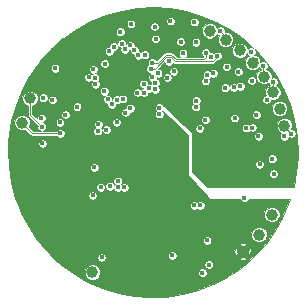
<source format=gbl>
G04 #@! TF.GenerationSoftware,KiCad,Pcbnew,5.0.2-bee76a0~70~ubuntu18.04.1*
G04 #@! TF.CreationDate,2019-05-27T21:37:22+02:00*
G04 #@! TF.ProjectId,mainboard,6d61696e-626f-4617-9264-2e6b69636164,rev?*
G04 #@! TF.SameCoordinates,Original*
G04 #@! TF.FileFunction,Copper,L4,Bot*
G04 #@! TF.FilePolarity,Positive*
%FSLAX46Y46*%
G04 Gerber Fmt 4.6, Leading zero omitted, Abs format (unit mm)*
G04 Created by KiCad (PCBNEW 5.0.2-bee76a0~70~ubuntu18.04.1) date Mo 27 Mai 2019 21:37:22 CEST*
%MOMM*%
%LPD*%
G01*
G04 APERTURE LIST*
G04 #@! TA.AperFunction,Conductor*
%ADD10C,0.100000*%
G04 #@! TD*
G04 #@! TA.AperFunction,Conductor*
%ADD11C,2.600000*%
G04 #@! TD*
G04 #@! TA.AperFunction,ViaPad*
%ADD12C,0.500000*%
G04 #@! TD*
G04 #@! TA.AperFunction,BGAPad,CuDef*
%ADD13C,1.000000*%
G04 #@! TD*
G04 #@! TA.AperFunction,ViaPad*
%ADD14C,0.450000*%
G04 #@! TD*
G04 #@! TA.AperFunction,Conductor*
%ADD15C,0.026000*%
G04 #@! TD*
G04 APERTURE END LIST*
D10*
G04 #@! TO.N,GNDD*
G04 #@! TO.C,U1*
G36*
X107674504Y-84301204D02*
X107698773Y-84304804D01*
X107722571Y-84310765D01*
X107745671Y-84319030D01*
X107767849Y-84329520D01*
X107788893Y-84342133D01*
X107808598Y-84356747D01*
X107826777Y-84373223D01*
X107843253Y-84391402D01*
X107857867Y-84411107D01*
X107870480Y-84432151D01*
X107880970Y-84454329D01*
X107889235Y-84477429D01*
X107895196Y-84501227D01*
X107898796Y-84525496D01*
X107900000Y-84550000D01*
X107900000Y-86650000D01*
X107898796Y-86674504D01*
X107895196Y-86698773D01*
X107889235Y-86722571D01*
X107880970Y-86745671D01*
X107870480Y-86767849D01*
X107857867Y-86788893D01*
X107843253Y-86808598D01*
X107826777Y-86826777D01*
X107808598Y-86843253D01*
X107788893Y-86857867D01*
X107767849Y-86870480D01*
X107745671Y-86880970D01*
X107722571Y-86889235D01*
X107698773Y-86895196D01*
X107674504Y-86898796D01*
X107650000Y-86900000D01*
X105550000Y-86900000D01*
X105525496Y-86898796D01*
X105501227Y-86895196D01*
X105477429Y-86889235D01*
X105454329Y-86880970D01*
X105432151Y-86870480D01*
X105411107Y-86857867D01*
X105391402Y-86843253D01*
X105373223Y-86826777D01*
X105356747Y-86808598D01*
X105342133Y-86788893D01*
X105329520Y-86767849D01*
X105319030Y-86745671D01*
X105310765Y-86722571D01*
X105304804Y-86698773D01*
X105301204Y-86674504D01*
X105300000Y-86650000D01*
X105300000Y-84550000D01*
X105301204Y-84525496D01*
X105304804Y-84501227D01*
X105310765Y-84477429D01*
X105319030Y-84454329D01*
X105329520Y-84432151D01*
X105342133Y-84411107D01*
X105356747Y-84391402D01*
X105373223Y-84373223D01*
X105391402Y-84356747D01*
X105411107Y-84342133D01*
X105432151Y-84329520D01*
X105454329Y-84319030D01*
X105477429Y-84310765D01*
X105501227Y-84304804D01*
X105525496Y-84301204D01*
X105550000Y-84300000D01*
X107650000Y-84300000D01*
X107674504Y-84301204D01*
X107674504Y-84301204D01*
G37*
D11*
X106600000Y-85600000D03*
D12*
X107650000Y-84550000D03*
X107650000Y-85600000D03*
X107650000Y-86650000D03*
X106600000Y-84550000D03*
X106600000Y-85600000D03*
X106600000Y-86650000D03*
X105550000Y-84550000D03*
X105550000Y-85600000D03*
X105550000Y-86650000D03*
G04 #@! TD*
D13*
G04 #@! TO.P,J13,1*
G04 #@! TO.N,ELEC2*
X98927920Y-77505560D03*
G04 #@! TD*
G04 #@! TO.P,J15,1*
G04 #@! TO.N,Net-(J15-Pad1)*
X104863900Y-90159840D03*
G04 #@! TD*
G04 #@! TO.P,J16,1*
G04 #@! TO.N,GNDD*
X117627400Y-88419940D03*
G04 #@! TD*
G04 #@! TO.P,J14,1*
G04 #@! TO.N,O2_ELEC2*
X99611180Y-75430380D03*
G04 #@! TD*
G04 #@! TO.P,J6,1*
G04 #@! TO.N,+BATT*
X118988840Y-86984840D03*
G04 #@! TD*
G04 #@! TO.P,J3,1*
G04 #@! TO.N,ISFET2_D4*
X120162320Y-74937620D03*
G04 #@! TD*
G04 #@! TO.P,J4,1*
G04 #@! TO.N,ISFET2_D1*
X119400320Y-73606660D03*
G04 #@! TD*
G04 #@! TO.P,J5,1*
G04 #@! TO.N,ISFET2_S*
X118460520Y-72420480D03*
G04 #@! TD*
G04 #@! TO.P,J7,1*
G04 #@! TO.N,REFFET2_D2*
X117378480Y-71368920D03*
G04 #@! TD*
G04 #@! TO.P,J8,1*
G04 #@! TO.N,COIL*
X120078500Y-85303360D03*
G04 #@! TD*
G04 #@! TO.P,J9,1*
G04 #@! TO.N,REFFET2_D3*
X116171980Y-70479920D03*
G04 #@! TD*
G04 #@! TO.P,J10,1*
G04 #@! TO.N,REFFET2_D4*
X114835940Y-69725540D03*
G04 #@! TD*
G04 #@! TO.P,J1,1*
G04 #@! TO.N,ISFET2_D2*
X121135140Y-77769720D03*
G04 #@! TD*
G04 #@! TO.P,J2,1*
G04 #@! TO.N,ISFET2_D3*
X120731280Y-76314300D03*
G04 #@! TD*
D14*
G04 #@! TO.N,REFFET2_D2*
X117420467Y-71337093D03*
G04 #@! TO.N,REFFET2_D1*
X118330000Y-71500000D03*
G04 #@! TO.N,ISFET2_D1*
X119354600Y-72671940D03*
X114907296Y-71924188D03*
G04 #@! TO.N,ISFET2_D2*
X115123642Y-73312997D03*
X121732040Y-78427580D03*
G04 #@! TO.N,COIL*
X120068340Y-85321140D03*
G04 #@! TO.N,ISFET2_D3*
X114601010Y-73440669D03*
X120736360Y-76311760D03*
G04 #@! TO.N,ISFET2_D4*
X114459580Y-73977060D03*
X120182640Y-74046080D03*
G04 #@! TO.N,REFFET2_D4*
X114828320Y-69725540D03*
G04 #@! TO.N,REFFET2_D3*
X115722400Y-69730620D03*
G04 #@! TO.N,+BATT*
X118880000Y-87060000D03*
G04 #@! TO.N,VCC*
X110441740Y-73314560D03*
X114000000Y-84500000D03*
X113500000Y-84500000D03*
X104561882Y-73658423D03*
X110235674Y-70413686D03*
X107233867Y-69804427D03*
G04 #@! TO.N,GNDD*
X111191409Y-68018708D03*
X108049826Y-68118601D03*
X103211246Y-70055975D03*
X100868864Y-72151868D03*
X98735320Y-75748200D03*
X97960462Y-79857363D03*
X97993844Y-80907221D03*
X98118601Y-81950174D03*
X98637750Y-83983730D03*
X98333782Y-82978285D03*
X99028192Y-84958856D03*
X99502136Y-85896242D03*
X100055975Y-86788754D03*
X100685494Y-87629600D03*
X101385902Y-88412380D03*
X102151868Y-89131136D03*
X102977563Y-89780399D03*
X103856703Y-90355227D03*
X105748200Y-91264680D03*
X106746161Y-91592383D03*
X107768886Y-91831861D03*
X108808591Y-91981292D03*
X109857363Y-92039538D03*
X110907221Y-92006156D03*
X112978285Y-91666218D03*
X111950174Y-91881399D03*
X113983730Y-91362250D03*
X114958856Y-90971808D03*
X115896242Y-90497864D03*
X116788754Y-89944025D03*
X117629600Y-89314506D03*
X119131136Y-87848132D03*
X118412380Y-88614098D03*
X102370400Y-70685494D03*
X101587620Y-71385902D03*
X99644773Y-73856703D03*
X100219601Y-72977563D03*
X104103758Y-69502136D03*
X105041144Y-69028192D03*
X113253839Y-68407617D03*
X112231114Y-68168139D03*
X121831861Y-82231114D03*
X122006156Y-79092779D03*
X121666218Y-77021715D03*
X114251800Y-68735320D03*
X109618780Y-90373200D03*
X107962700Y-89141300D03*
X111200000Y-75500000D03*
X115200000Y-75900000D03*
X116200000Y-75900000D03*
X116200000Y-76600000D03*
X115200000Y-76600000D03*
X119684800Y-81831180D03*
X115887500Y-81470500D03*
X113217960Y-88879680D03*
X104000371Y-76496404D03*
X103858060Y-77965300D03*
X102087680Y-75669140D03*
X102118160Y-74447400D03*
X116200000Y-75150000D03*
X105940860Y-88315800D03*
X108559600Y-87660480D03*
X110990380Y-86088220D03*
X112194340Y-86083140D03*
X112201960Y-88679020D03*
X99500000Y-79900000D03*
X102323900Y-80063340D03*
X102334060Y-80556100D03*
X102313740Y-81061560D03*
X101818440Y-81282540D03*
X101536500Y-81754980D03*
X101546660Y-82288380D03*
X102085140Y-82303620D03*
X102367080Y-84117180D03*
X102867460Y-84373720D03*
X102862380Y-83891120D03*
X103962200Y-83987640D03*
X104094280Y-82824320D03*
X102316280Y-85552280D03*
X101671120Y-85570060D03*
X102130860Y-87906860D03*
X101358700Y-87226140D03*
X100990400Y-86509860D03*
X100284280Y-85570060D03*
X100893880Y-83957160D03*
X98806000Y-82242660D03*
X98958400Y-82725260D03*
X99128580Y-83182460D03*
X99334320Y-83637120D03*
X99794060Y-84582000D03*
X100037900Y-85041740D03*
X99552760Y-84107020D03*
X102885240Y-88633300D03*
X103446580Y-89016840D03*
X104477820Y-87365840D03*
X106888280Y-90624660D03*
X106217720Y-90454480D03*
X109575600Y-88254840D03*
X112295940Y-90441780D03*
X115768120Y-87320120D03*
X115958620Y-89174320D03*
X116941600Y-86354920D03*
X116390420Y-84762340D03*
X121264680Y-84251800D03*
X109857540Y-83085940D03*
X110802420Y-83118960D03*
X115369340Y-84185760D03*
X103751927Y-80342193D03*
X106608880Y-77952600D03*
X105801472Y-74303453D03*
X110903810Y-70812200D03*
X98524903Y-81858277D03*
X99120750Y-81368900D03*
X99120750Y-80660240D03*
X100995480Y-79738220D03*
X101285040Y-81234280D03*
X109265720Y-77343000D03*
X103179880Y-71587360D03*
X109565440Y-68955920D03*
X105795933Y-76377653D03*
X107303275Y-77032680D03*
X103959660Y-71447660D03*
X118840000Y-85570000D03*
X113297194Y-73372047D03*
X112490000Y-75490000D03*
X112500000Y-74810000D03*
X117100000Y-70326990D03*
X121200000Y-75540000D03*
G04 #@! TO.N,ISFET2_SHNT*
X112351820Y-70639940D03*
X111490760Y-68894960D03*
G04 #@! TO.N,ADC_IN7*
X113964720Y-77993240D03*
X109322460Y-71757008D03*
G04 #@! TO.N,+5VA*
X119037100Y-81026000D03*
X114439700Y-77271880D03*
X116238020Y-72783700D03*
X114741960Y-89512140D03*
X114190780Y-90210640D03*
X103582682Y-76157315D03*
X102595680Y-76824840D03*
X106931460Y-77472540D03*
X111229464Y-73680000D03*
G04 #@! TO.N,ADC_IN6*
X117898297Y-77952630D03*
X108767344Y-71794492D03*
G04 #@! TO.N,TAG_EN*
X110210988Y-74686160D03*
X117751860Y-83875880D03*
G04 #@! TO.N,ISFET1_S*
X113647220Y-76166980D03*
X117387570Y-74407792D03*
X118940974Y-78645665D03*
G04 #@! TO.N,ISFET2_S*
X111764651Y-73164584D03*
X113650000Y-70690000D03*
X118695270Y-72164730D03*
G04 #@! TO.N,ISFET1_SHNT*
X118762780Y-76842620D03*
X119624050Y-75559920D03*
G04 #@! TO.N,ADC_IN3*
X112552480Y-71605140D03*
X107375374Y-70802122D03*
G04 #@! TO.N,ADC_IN0*
X117218460Y-73185020D03*
X106679609Y-71067885D03*
G04 #@! TO.N,ADC_IN2*
X121119900Y-78640940D03*
X107635976Y-71272806D03*
G04 #@! TO.N,Net-(C27-Pad2)*
X113667132Y-75629347D03*
X118435120Y-77917040D03*
X116859122Y-74508734D03*
G04 #@! TO.N,ANT_SW*
X100652580Y-79263240D03*
X104965044Y-72982248D03*
G04 #@! TO.N,Net-(C16-Pad1)*
X111640620Y-88745060D03*
X105656380Y-88907620D03*
G04 #@! TO.N,RF_BUSY*
X109253959Y-74951592D03*
X107579160Y-82981800D03*
G04 #@! TO.N,RF_RST*
X108696641Y-74967566D03*
X107041149Y-82981431D03*
G04 #@! TO.N,RF_MISO*
X106357418Y-82885280D03*
X106520659Y-75934866D03*
G04 #@! TO.N,RF_MOSI*
X105587800Y-82961480D03*
X105879566Y-74835767D03*
G04 #@! TO.N,RF_SCK*
X104894380Y-83665060D03*
X106173568Y-75523789D03*
G04 #@! TO.N,RF_CS*
X106933420Y-75563927D03*
X107035194Y-82443452D03*
G04 #@! TO.N,AFE_EN*
X109645515Y-74575863D03*
X114589560Y-87477600D03*
G04 #@! TO.N,SWCLK*
X107468048Y-75503678D03*
X108148120Y-69146420D03*
G04 #@! TO.N,SWDIO*
X110144560Y-69377560D03*
X107683586Y-76652128D03*
G04 #@! TO.N,DAC_OUT1*
X118389252Y-73949708D03*
X110535550Y-76772430D03*
X108443201Y-71365088D03*
G04 #@! TO.N,DAC_OUT2*
X101716840Y-72890380D03*
X108090385Y-70958915D03*
G04 #@! TO.N,ELEC2*
X102168960Y-78399640D03*
G04 #@! TO.N,ELEC_SNS1*
X100561383Y-77112080D03*
X102138480Y-77472540D03*
X105029002Y-81287620D03*
G04 #@! TO.N,Net-(R3-Pad2)*
X111339673Y-72310327D03*
X110553494Y-76234527D03*
G04 #@! TO.N,Net-(R16-Pad2)*
X116928900Y-77109320D03*
X116126260Y-74549000D03*
G04 #@! TO.N,O2_ELEC2*
X100606860Y-77840840D03*
G04 #@! TO.N,ADC_IN12*
X113502440Y-68983860D03*
X106301027Y-71450158D03*
G04 #@! TO.N,MUX4IN0*
X100716589Y-75406689D03*
X105097580Y-73708260D03*
G04 #@! TO.N,MUX4IN1*
X101498400Y-75580240D03*
X105141352Y-74244478D03*
G04 #@! TO.N,MUX3IN1*
X106064661Y-78110980D03*
X108077791Y-76277791D03*
G04 #@! TO.N,MUX3IN0*
X105383186Y-77646380D03*
X105919202Y-72508178D03*
G04 #@! TO.N,MUX3EN*
X109237513Y-74223404D03*
X105338660Y-78211680D03*
G04 #@! TO.N,MUX2IN0*
X109931495Y-72413857D03*
X114468444Y-71563141D03*
G04 #@! TO.N,MUX2IN1*
X109830370Y-72942279D03*
X115474167Y-71852502D03*
G04 #@! TO.N,MUX1IN1*
X110212037Y-74131200D03*
X120222795Y-81828349D03*
G04 #@! TO.N,MUX1IN0*
X109956432Y-73657291D03*
X120109851Y-80565186D03*
G04 #@! TD*
D10*
G04 #@! TO.N,ISFET2_D1*
X119354600Y-72671940D02*
X119354600Y-73439020D01*
X114907296Y-71924188D02*
X114907296Y-71957964D01*
G04 #@! TO.N,ISFET2_D2*
X121732040Y-78427580D02*
X121297700Y-77993240D01*
G04 #@! TO.N,ISFET2_D4*
X120182640Y-74046080D02*
X120182640Y-74823320D01*
G04 #@! TO.N,REFFET2_D3*
X116171980Y-70479920D02*
X116171980Y-70228460D01*
X116171980Y-70228460D02*
X115724940Y-69781420D01*
X115724940Y-69781420D02*
X115724940Y-69756020D01*
G04 #@! TO.N,ELEC2*
X102168960Y-78399640D02*
X99809300Y-78399640D01*
X99809300Y-78399640D02*
X99781360Y-78399640D01*
X99781360Y-78399640D02*
X98940620Y-77558900D01*
X98940620Y-77558900D02*
X98930460Y-77558900D01*
G04 #@! TO.N,O2_ELEC2*
X99608640Y-75415140D02*
X99608640Y-76842620D01*
X99608640Y-76842620D02*
X100381861Y-77615841D01*
X100381861Y-77615841D02*
X100606860Y-77840840D01*
G04 #@! TO.N,MUX2IN0*
X109926120Y-72423020D02*
X109923580Y-72425560D01*
X114468444Y-71944696D02*
X114292380Y-72120760D01*
X114468444Y-71563141D02*
X114468444Y-71944696D01*
X111576306Y-71752460D02*
X111072501Y-71752460D01*
X114292380Y-72120760D02*
X111944606Y-72120760D01*
X110401941Y-72423020D02*
X109926120Y-72423020D01*
X111944606Y-72120760D02*
X111576306Y-71752460D01*
X111072501Y-71752460D02*
X110401941Y-72423020D01*
G04 #@! TO.N,MUX2IN1*
X109830370Y-72942279D02*
X110148568Y-72942279D01*
X115059955Y-72308771D02*
X115463320Y-71905406D01*
X115463320Y-71905406D02*
X115463320Y-71876920D01*
X111143521Y-71947326D02*
X111505286Y-71947326D01*
X111505286Y-71947326D02*
X111866730Y-72308771D01*
X110148568Y-72942279D02*
X111143521Y-71947326D01*
X111866730Y-72308771D02*
X115059955Y-72308771D01*
G04 #@! TD*
G04 #@! TO.N,GNDD*
G36*
X111453409Y-67811348D02*
X112803007Y-68049319D01*
X114117668Y-68436245D01*
X115381006Y-68967303D01*
X116577274Y-69635875D01*
X117691562Y-70433626D01*
X118506112Y-71167051D01*
X118404592Y-71125000D01*
X118255408Y-71125000D01*
X118117579Y-71182090D01*
X118028480Y-71271189D01*
X118028480Y-71239627D01*
X117929523Y-71000725D01*
X117746675Y-70817877D01*
X117507773Y-70718920D01*
X117249187Y-70718920D01*
X117010285Y-70817877D01*
X116827437Y-71000725D01*
X116728480Y-71239627D01*
X116728480Y-71498213D01*
X116827437Y-71737115D01*
X117010285Y-71919963D01*
X117249187Y-72018920D01*
X117507773Y-72018920D01*
X117746675Y-71919963D01*
X117929523Y-71737115D01*
X117975921Y-71625101D01*
X118012090Y-71712421D01*
X118117579Y-71817910D01*
X118167151Y-71838443D01*
X118092325Y-71869437D01*
X117909477Y-72052285D01*
X117810520Y-72291187D01*
X117810520Y-72549773D01*
X117909477Y-72788675D01*
X118092325Y-72971523D01*
X118331227Y-73070480D01*
X118589813Y-73070480D01*
X118828715Y-72971523D01*
X119001305Y-72798933D01*
X119036690Y-72884361D01*
X119142179Y-72989850D01*
X119154600Y-72994995D01*
X119154600Y-73004886D01*
X119032125Y-73055617D01*
X118849277Y-73238465D01*
X118750320Y-73477367D01*
X118750320Y-73735953D01*
X118849277Y-73974855D01*
X119032125Y-74157703D01*
X119271027Y-74256660D01*
X119529613Y-74256660D01*
X119768515Y-74157703D01*
X119807640Y-74118578D01*
X119807640Y-74120672D01*
X119864730Y-74258501D01*
X119934613Y-74328384D01*
X119794125Y-74386577D01*
X119611277Y-74569425D01*
X119512320Y-74808327D01*
X119512320Y-75066913D01*
X119561200Y-75184920D01*
X119549458Y-75184920D01*
X119411629Y-75242010D01*
X119306140Y-75347499D01*
X119249050Y-75485328D01*
X119249050Y-75634512D01*
X119306140Y-75772341D01*
X119411629Y-75877830D01*
X119549458Y-75934920D01*
X119698642Y-75934920D01*
X119836471Y-75877830D01*
X119941960Y-75772341D01*
X119999050Y-75634512D01*
X119999050Y-75573546D01*
X120033027Y-75587620D01*
X120291613Y-75587620D01*
X120530515Y-75488663D01*
X120713363Y-75305815D01*
X120812320Y-75066913D01*
X120812320Y-74808327D01*
X120713363Y-74569425D01*
X120530515Y-74386577D01*
X120418763Y-74340288D01*
X120500550Y-74258501D01*
X120557640Y-74120672D01*
X120557640Y-73971488D01*
X120500550Y-73833659D01*
X120395061Y-73728170D01*
X120257232Y-73671080D01*
X120108048Y-73671080D01*
X120050320Y-73694991D01*
X120050320Y-73477367D01*
X119951363Y-73238465D01*
X119768515Y-73055617D01*
X119579533Y-72977338D01*
X119672510Y-72884361D01*
X119729600Y-72746532D01*
X119729600Y-72597348D01*
X119672510Y-72459519D01*
X119567021Y-72354030D01*
X119429192Y-72296940D01*
X119280008Y-72296940D01*
X119142179Y-72354030D01*
X119110520Y-72385689D01*
X119110520Y-72291187D01*
X119070270Y-72194015D01*
X119070270Y-72090138D01*
X119013180Y-71952309D01*
X118907691Y-71846820D01*
X118769862Y-71789730D01*
X118636286Y-71789730D01*
X118589840Y-71770491D01*
X118647910Y-71712421D01*
X118705000Y-71574592D01*
X118705000Y-71425408D01*
X118652631Y-71298977D01*
X118709981Y-71350615D01*
X119619837Y-72375411D01*
X120409790Y-73495241D01*
X121069994Y-74696147D01*
X121592220Y-75963162D01*
X121969958Y-77280492D01*
X122198501Y-78631719D01*
X122275000Y-80000000D01*
X122270214Y-80342738D01*
X122155541Y-81708350D01*
X121909687Y-82950000D01*
X114620710Y-82950000D01*
X113424467Y-81753757D01*
X119847795Y-81753757D01*
X119847795Y-81902941D01*
X119904885Y-82040770D01*
X120010374Y-82146259D01*
X120148203Y-82203349D01*
X120297387Y-82203349D01*
X120435216Y-82146259D01*
X120540705Y-82040770D01*
X120597795Y-81902941D01*
X120597795Y-81753757D01*
X120540705Y-81615928D01*
X120435216Y-81510439D01*
X120297387Y-81453349D01*
X120148203Y-81453349D01*
X120010374Y-81510439D01*
X119904885Y-81615928D01*
X119847795Y-81753757D01*
X113424467Y-81753757D01*
X113350000Y-81679290D01*
X113350000Y-80951408D01*
X118662100Y-80951408D01*
X118662100Y-81100592D01*
X118719190Y-81238421D01*
X118824679Y-81343910D01*
X118962508Y-81401000D01*
X119111692Y-81401000D01*
X119249521Y-81343910D01*
X119355010Y-81238421D01*
X119412100Y-81100592D01*
X119412100Y-80951408D01*
X119355010Y-80813579D01*
X119249521Y-80708090D01*
X119111692Y-80651000D01*
X118962508Y-80651000D01*
X118824679Y-80708090D01*
X118719190Y-80813579D01*
X118662100Y-80951408D01*
X113350000Y-80951408D01*
X113350000Y-80490594D01*
X119734851Y-80490594D01*
X119734851Y-80639778D01*
X119791941Y-80777607D01*
X119897430Y-80883096D01*
X120035259Y-80940186D01*
X120184443Y-80940186D01*
X120322272Y-80883096D01*
X120427761Y-80777607D01*
X120484851Y-80639778D01*
X120484851Y-80490594D01*
X120427761Y-80352765D01*
X120322272Y-80247276D01*
X120184443Y-80190186D01*
X120035259Y-80190186D01*
X119897430Y-80247276D01*
X119791941Y-80352765D01*
X119734851Y-80490594D01*
X113350000Y-80490594D01*
X113350000Y-78571073D01*
X118565974Y-78571073D01*
X118565974Y-78720257D01*
X118623064Y-78858086D01*
X118728553Y-78963575D01*
X118866382Y-79020665D01*
X119015566Y-79020665D01*
X119153395Y-78963575D01*
X119258884Y-78858086D01*
X119315974Y-78720257D01*
X119315974Y-78571073D01*
X119258884Y-78433244D01*
X119153395Y-78327755D01*
X119015566Y-78270665D01*
X118866382Y-78270665D01*
X118728553Y-78327755D01*
X118623064Y-78433244D01*
X118565974Y-78571073D01*
X113350000Y-78571073D01*
X113350000Y-78400000D01*
X113345392Y-78379035D01*
X113333914Y-78363260D01*
X112852251Y-77918648D01*
X113589720Y-77918648D01*
X113589720Y-78067832D01*
X113646810Y-78205661D01*
X113752299Y-78311150D01*
X113890128Y-78368240D01*
X114039312Y-78368240D01*
X114177141Y-78311150D01*
X114282630Y-78205661D01*
X114339720Y-78067832D01*
X114339720Y-77918648D01*
X114322899Y-77878038D01*
X117523297Y-77878038D01*
X117523297Y-78027222D01*
X117580387Y-78165051D01*
X117685876Y-78270540D01*
X117823705Y-78327630D01*
X117972889Y-78327630D01*
X118110718Y-78270540D01*
X118184504Y-78196755D01*
X118222699Y-78234950D01*
X118360528Y-78292040D01*
X118509712Y-78292040D01*
X118647541Y-78234950D01*
X118753030Y-78129461D01*
X118810120Y-77991632D01*
X118810120Y-77842448D01*
X118753030Y-77704619D01*
X118688838Y-77640427D01*
X120485140Y-77640427D01*
X120485140Y-77899013D01*
X120584097Y-78137915D01*
X120766945Y-78320763D01*
X120867920Y-78362589D01*
X120801990Y-78428519D01*
X120744900Y-78566348D01*
X120744900Y-78715532D01*
X120801990Y-78853361D01*
X120907479Y-78958850D01*
X121045308Y-79015940D01*
X121194492Y-79015940D01*
X121332321Y-78958850D01*
X121437810Y-78853361D01*
X121493366Y-78719237D01*
X121519619Y-78745490D01*
X121657448Y-78802580D01*
X121806632Y-78802580D01*
X121944461Y-78745490D01*
X122049950Y-78640001D01*
X122107040Y-78502172D01*
X122107040Y-78352988D01*
X122049950Y-78215159D01*
X121944461Y-78109670D01*
X121806632Y-78052580D01*
X121721530Y-78052580D01*
X121785140Y-77899013D01*
X121785140Y-77640427D01*
X121686183Y-77401525D01*
X121503335Y-77218677D01*
X121264433Y-77119720D01*
X121005847Y-77119720D01*
X120766945Y-77218677D01*
X120584097Y-77401525D01*
X120485140Y-77640427D01*
X118688838Y-77640427D01*
X118647541Y-77599130D01*
X118509712Y-77542040D01*
X118360528Y-77542040D01*
X118222699Y-77599130D01*
X118148914Y-77672916D01*
X118110718Y-77634720D01*
X117972889Y-77577630D01*
X117823705Y-77577630D01*
X117685876Y-77634720D01*
X117580387Y-77740209D01*
X117523297Y-77878038D01*
X114322899Y-77878038D01*
X114282630Y-77780819D01*
X114177141Y-77675330D01*
X114039312Y-77618240D01*
X113890128Y-77618240D01*
X113752299Y-77675330D01*
X113646810Y-77780819D01*
X113589720Y-77918648D01*
X112852251Y-77918648D01*
X112070778Y-77197288D01*
X114064700Y-77197288D01*
X114064700Y-77346472D01*
X114121790Y-77484301D01*
X114227279Y-77589790D01*
X114365108Y-77646880D01*
X114514292Y-77646880D01*
X114652121Y-77589790D01*
X114757610Y-77484301D01*
X114814700Y-77346472D01*
X114814700Y-77197288D01*
X114757610Y-77059459D01*
X114732879Y-77034728D01*
X116553900Y-77034728D01*
X116553900Y-77183912D01*
X116610990Y-77321741D01*
X116716479Y-77427230D01*
X116854308Y-77484320D01*
X117003492Y-77484320D01*
X117141321Y-77427230D01*
X117246810Y-77321741D01*
X117303900Y-77183912D01*
X117303900Y-77034728D01*
X117246810Y-76896899D01*
X117141321Y-76791410D01*
X117084872Y-76768028D01*
X118387780Y-76768028D01*
X118387780Y-76917212D01*
X118444870Y-77055041D01*
X118550359Y-77160530D01*
X118688188Y-77217620D01*
X118837372Y-77217620D01*
X118975201Y-77160530D01*
X119080690Y-77055041D01*
X119137780Y-76917212D01*
X119137780Y-76768028D01*
X119080690Y-76630199D01*
X118975201Y-76524710D01*
X118837372Y-76467620D01*
X118688188Y-76467620D01*
X118550359Y-76524710D01*
X118444870Y-76630199D01*
X118387780Y-76768028D01*
X117084872Y-76768028D01*
X117003492Y-76734320D01*
X116854308Y-76734320D01*
X116716479Y-76791410D01*
X116610990Y-76896899D01*
X116553900Y-77034728D01*
X114732879Y-77034728D01*
X114652121Y-76953970D01*
X114514292Y-76896880D01*
X114365108Y-76896880D01*
X114227279Y-76953970D01*
X114121790Y-77059459D01*
X114064700Y-77197288D01*
X112070778Y-77197288D01*
X110917051Y-76132310D01*
X110900516Y-76092388D01*
X113272220Y-76092388D01*
X113272220Y-76241572D01*
X113329310Y-76379401D01*
X113434799Y-76484890D01*
X113572628Y-76541980D01*
X113721812Y-76541980D01*
X113859641Y-76484890D01*
X113965130Y-76379401D01*
X114022220Y-76241572D01*
X114022220Y-76185007D01*
X120081280Y-76185007D01*
X120081280Y-76443593D01*
X120180237Y-76682495D01*
X120363085Y-76865343D01*
X120601987Y-76964300D01*
X120860573Y-76964300D01*
X121099475Y-76865343D01*
X121282323Y-76682495D01*
X121381280Y-76443593D01*
X121381280Y-76185007D01*
X121282323Y-75946105D01*
X121099475Y-75763257D01*
X120860573Y-75664300D01*
X120601987Y-75664300D01*
X120363085Y-75763257D01*
X120180237Y-75946105D01*
X120081280Y-76185007D01*
X114022220Y-76185007D01*
X114022220Y-76092388D01*
X113965130Y-75954559D01*
X113918691Y-75908120D01*
X113985042Y-75841768D01*
X114042132Y-75703939D01*
X114042132Y-75554755D01*
X113985042Y-75416926D01*
X113879553Y-75311437D01*
X113741724Y-75254347D01*
X113592540Y-75254347D01*
X113454711Y-75311437D01*
X113349222Y-75416926D01*
X113292132Y-75554755D01*
X113292132Y-75703939D01*
X113349222Y-75841768D01*
X113395662Y-75888208D01*
X113329310Y-75954559D01*
X113272220Y-76092388D01*
X110900516Y-76092388D01*
X110871404Y-76022106D01*
X110765915Y-75916617D01*
X110628086Y-75859527D01*
X110478902Y-75859527D01*
X110341073Y-75916617D01*
X110235584Y-76022106D01*
X110178494Y-76159935D01*
X110178494Y-76309119D01*
X110235584Y-76446948D01*
X110283143Y-76494507D01*
X110217640Y-76560009D01*
X110160550Y-76697838D01*
X110160550Y-76847022D01*
X110217640Y-76984851D01*
X110323129Y-77090340D01*
X110460958Y-77147430D01*
X110610142Y-77147430D01*
X110747971Y-77090340D01*
X110853460Y-76984851D01*
X110910550Y-76847022D01*
X110910550Y-76697838D01*
X110853460Y-76560009D01*
X110805902Y-76512451D01*
X110827349Y-76491003D01*
X112950000Y-78521364D01*
X112950000Y-81900000D01*
X112953331Y-81917944D01*
X112963750Y-81934437D01*
X114863750Y-83934437D01*
X114880866Y-83946194D01*
X114900000Y-83950000D01*
X117376860Y-83950000D01*
X117376860Y-83950472D01*
X117433950Y-84088301D01*
X117539439Y-84193790D01*
X117677268Y-84250880D01*
X117826452Y-84250880D01*
X117964281Y-84193790D01*
X118069770Y-84088301D01*
X118126860Y-83950472D01*
X118126860Y-83950000D01*
X121604708Y-83950000D01*
X121474985Y-84358938D01*
X120917586Y-85610877D01*
X120224108Y-86792881D01*
X119807330Y-87350000D01*
X119541140Y-87350000D01*
X119638840Y-87114133D01*
X119638840Y-86855547D01*
X119539883Y-86616645D01*
X119357035Y-86433797D01*
X119118133Y-86334840D01*
X118859547Y-86334840D01*
X118620645Y-86433797D01*
X118437797Y-86616645D01*
X118338840Y-86855547D01*
X118338840Y-87114133D01*
X118436540Y-87350000D01*
X116500000Y-87350000D01*
X116480866Y-87353806D01*
X116464645Y-87364645D01*
X116453806Y-87380866D01*
X116450000Y-87400000D01*
X116450000Y-90432659D01*
X116285326Y-90543733D01*
X115070857Y-91178642D01*
X113793184Y-91674219D01*
X112468231Y-92024286D01*
X111112515Y-92224481D01*
X109742932Y-92272308D01*
X108376553Y-92167171D01*
X107030409Y-91910380D01*
X105721278Y-91505136D01*
X104465478Y-90956491D01*
X103278661Y-90271282D01*
X102952137Y-90030547D01*
X104213900Y-90030547D01*
X104213900Y-90289133D01*
X104312857Y-90528035D01*
X104495705Y-90710883D01*
X104734607Y-90809840D01*
X104993193Y-90809840D01*
X105232095Y-90710883D01*
X105414943Y-90528035D01*
X105513900Y-90289133D01*
X105513900Y-90136048D01*
X113815780Y-90136048D01*
X113815780Y-90285232D01*
X113872870Y-90423061D01*
X113978359Y-90528550D01*
X114116188Y-90585640D01*
X114265372Y-90585640D01*
X114403201Y-90528550D01*
X114508690Y-90423061D01*
X114565780Y-90285232D01*
X114565780Y-90136048D01*
X114508690Y-89998219D01*
X114403201Y-89892730D01*
X114265372Y-89835640D01*
X114116188Y-89835640D01*
X113978359Y-89892730D01*
X113872870Y-89998219D01*
X113815780Y-90136048D01*
X105513900Y-90136048D01*
X105513900Y-90030547D01*
X105414943Y-89791645D01*
X105232095Y-89608797D01*
X104993193Y-89509840D01*
X104734607Y-89509840D01*
X104495705Y-89608797D01*
X104312857Y-89791645D01*
X104213900Y-90030547D01*
X102952137Y-90030547D01*
X102175621Y-89458050D01*
X102153481Y-89437548D01*
X114366960Y-89437548D01*
X114366960Y-89586732D01*
X114424050Y-89724561D01*
X114529539Y-89830050D01*
X114667368Y-89887140D01*
X114816552Y-89887140D01*
X114954381Y-89830050D01*
X115059870Y-89724561D01*
X115116960Y-89586732D01*
X115116960Y-89437548D01*
X115059870Y-89299719D01*
X114954381Y-89194230D01*
X114816552Y-89137140D01*
X114667368Y-89137140D01*
X114529539Y-89194230D01*
X114424050Y-89299719D01*
X114366960Y-89437548D01*
X102153481Y-89437548D01*
X101500659Y-88833028D01*
X105281380Y-88833028D01*
X105281380Y-88982212D01*
X105338470Y-89120041D01*
X105443959Y-89225530D01*
X105581788Y-89282620D01*
X105730972Y-89282620D01*
X105868801Y-89225530D01*
X105974290Y-89120041D01*
X106031380Y-88982212D01*
X106031380Y-88833028D01*
X105974290Y-88695199D01*
X105949559Y-88670468D01*
X111265620Y-88670468D01*
X111265620Y-88819652D01*
X111322710Y-88957481D01*
X111428199Y-89062970D01*
X111566028Y-89120060D01*
X111715212Y-89120060D01*
X111853041Y-89062970D01*
X111958530Y-88957481D01*
X112015620Y-88819652D01*
X112015620Y-88670468D01*
X111958530Y-88532639D01*
X111853041Y-88427150D01*
X111715212Y-88370060D01*
X111566028Y-88370060D01*
X111428199Y-88427150D01*
X111322710Y-88532639D01*
X111265620Y-88670468D01*
X105949559Y-88670468D01*
X105868801Y-88589710D01*
X105730972Y-88532620D01*
X105581788Y-88532620D01*
X105443959Y-88589710D01*
X105338470Y-88695199D01*
X105281380Y-88833028D01*
X101500659Y-88833028D01*
X101170104Y-88526931D01*
X100274645Y-87489532D01*
X100215401Y-87403008D01*
X114214560Y-87403008D01*
X114214560Y-87552192D01*
X114271650Y-87690021D01*
X114377139Y-87795510D01*
X114514968Y-87852600D01*
X114664152Y-87852600D01*
X114801981Y-87795510D01*
X114907470Y-87690021D01*
X114964560Y-87552192D01*
X114964560Y-87403008D01*
X114907470Y-87265179D01*
X114801981Y-87159690D01*
X114664152Y-87102600D01*
X114514968Y-87102600D01*
X114377139Y-87159690D01*
X114271650Y-87265179D01*
X114214560Y-87403008D01*
X100215401Y-87403008D01*
X99500404Y-86358782D01*
X98870480Y-85174067D01*
X119428500Y-85174067D01*
X119428500Y-85432653D01*
X119527457Y-85671555D01*
X119710305Y-85854403D01*
X119949207Y-85953360D01*
X120207793Y-85953360D01*
X120446695Y-85854403D01*
X120629543Y-85671555D01*
X120728500Y-85432653D01*
X120728500Y-85174067D01*
X120629543Y-84935165D01*
X120446695Y-84752317D01*
X120207793Y-84653360D01*
X119949207Y-84653360D01*
X119710305Y-84752317D01*
X119527457Y-84935165D01*
X119428500Y-85174067D01*
X98870480Y-85174067D01*
X98857031Y-85148774D01*
X98570631Y-84425408D01*
X113125000Y-84425408D01*
X113125000Y-84574592D01*
X113182090Y-84712421D01*
X113287579Y-84817910D01*
X113425408Y-84875000D01*
X113574592Y-84875000D01*
X113712421Y-84817910D01*
X113750000Y-84780331D01*
X113787579Y-84817910D01*
X113925408Y-84875000D01*
X114074592Y-84875000D01*
X114212421Y-84817910D01*
X114317910Y-84712421D01*
X114375000Y-84574592D01*
X114375000Y-84425408D01*
X114317910Y-84287579D01*
X114212421Y-84182090D01*
X114074592Y-84125000D01*
X113925408Y-84125000D01*
X113787579Y-84182090D01*
X113750000Y-84219669D01*
X113712421Y-84182090D01*
X113574592Y-84125000D01*
X113425408Y-84125000D01*
X113287579Y-84182090D01*
X113182090Y-84287579D01*
X113125000Y-84425408D01*
X98570631Y-84425408D01*
X98352547Y-83874592D01*
X98275353Y-83590468D01*
X104519380Y-83590468D01*
X104519380Y-83739652D01*
X104576470Y-83877481D01*
X104681959Y-83982970D01*
X104819788Y-84040060D01*
X104968972Y-84040060D01*
X105106801Y-83982970D01*
X105212290Y-83877481D01*
X105269380Y-83739652D01*
X105269380Y-83590468D01*
X105212290Y-83452639D01*
X105106801Y-83347150D01*
X104968972Y-83290060D01*
X104819788Y-83290060D01*
X104681959Y-83347150D01*
X104576470Y-83452639D01*
X104519380Y-83590468D01*
X98275353Y-83590468D01*
X98084194Y-82886888D01*
X105212800Y-82886888D01*
X105212800Y-83036072D01*
X105269890Y-83173901D01*
X105375379Y-83279390D01*
X105513208Y-83336480D01*
X105662392Y-83336480D01*
X105800221Y-83279390D01*
X105905710Y-83173901D01*
X105962800Y-83036072D01*
X105962800Y-82886888D01*
X105931238Y-82810688D01*
X105982418Y-82810688D01*
X105982418Y-82959872D01*
X106039508Y-83097701D01*
X106144997Y-83203190D01*
X106282826Y-83260280D01*
X106432010Y-83260280D01*
X106569839Y-83203190D01*
X106675328Y-83097701D01*
X106679370Y-83087942D01*
X106723239Y-83193852D01*
X106828728Y-83299341D01*
X106966557Y-83356431D01*
X107115741Y-83356431D01*
X107253570Y-83299341D01*
X107309970Y-83242941D01*
X107366739Y-83299710D01*
X107504568Y-83356800D01*
X107653752Y-83356800D01*
X107791581Y-83299710D01*
X107897070Y-83194221D01*
X107954160Y-83056392D01*
X107954160Y-82907208D01*
X107897070Y-82769379D01*
X107791581Y-82663890D01*
X107653752Y-82606800D01*
X107504568Y-82606800D01*
X107366739Y-82663890D01*
X107310339Y-82720290D01*
X107299513Y-82709464D01*
X107353104Y-82655873D01*
X107410194Y-82518044D01*
X107410194Y-82368860D01*
X107353104Y-82231031D01*
X107247615Y-82125542D01*
X107109786Y-82068452D01*
X106960602Y-82068452D01*
X106822773Y-82125542D01*
X106717284Y-82231031D01*
X106660194Y-82368860D01*
X106660194Y-82518044D01*
X106717284Y-82655873D01*
X106776830Y-82715419D01*
X106723239Y-82769010D01*
X106719197Y-82778769D01*
X106675328Y-82672859D01*
X106569839Y-82567370D01*
X106432010Y-82510280D01*
X106282826Y-82510280D01*
X106144997Y-82567370D01*
X106039508Y-82672859D01*
X105982418Y-82810688D01*
X105931238Y-82810688D01*
X105905710Y-82749059D01*
X105800221Y-82643570D01*
X105662392Y-82586480D01*
X105513208Y-82586480D01*
X105375379Y-82643570D01*
X105269890Y-82749059D01*
X105212800Y-82886888D01*
X98084194Y-82886888D01*
X97993238Y-82552116D01*
X97785937Y-81213028D01*
X104654002Y-81213028D01*
X104654002Y-81362212D01*
X104711092Y-81500041D01*
X104816581Y-81605530D01*
X104954410Y-81662620D01*
X105103594Y-81662620D01*
X105241423Y-81605530D01*
X105346912Y-81500041D01*
X105404002Y-81362212D01*
X105404002Y-81213028D01*
X105346912Y-81075199D01*
X105241423Y-80969710D01*
X105103594Y-80912620D01*
X104954410Y-80912620D01*
X104816581Y-80969710D01*
X104711092Y-81075199D01*
X104654002Y-81213028D01*
X97785937Y-81213028D01*
X97783584Y-81197830D01*
X97726197Y-79828614D01*
X97770947Y-79188648D01*
X100277580Y-79188648D01*
X100277580Y-79337832D01*
X100334670Y-79475661D01*
X100440159Y-79581150D01*
X100577988Y-79638240D01*
X100727172Y-79638240D01*
X100865001Y-79581150D01*
X100970490Y-79475661D01*
X101027580Y-79337832D01*
X101027580Y-79188648D01*
X100970490Y-79050819D01*
X100865001Y-78945330D01*
X100727172Y-78888240D01*
X100577988Y-78888240D01*
X100440159Y-78945330D01*
X100334670Y-79050819D01*
X100277580Y-79188648D01*
X97770947Y-79188648D01*
X97821792Y-78461535D01*
X98020976Y-77376267D01*
X98277920Y-77376267D01*
X98277920Y-77634853D01*
X98376877Y-77873755D01*
X98559725Y-78056603D01*
X98798627Y-78155560D01*
X99057213Y-78155560D01*
X99196672Y-78097794D01*
X99626010Y-78527133D01*
X99637168Y-78543832D01*
X99703324Y-78588036D01*
X99761662Y-78599640D01*
X99761663Y-78599640D01*
X99781360Y-78603558D01*
X99801056Y-78599640D01*
X101845905Y-78599640D01*
X101851050Y-78612061D01*
X101956539Y-78717550D01*
X102094368Y-78774640D01*
X102243552Y-78774640D01*
X102381381Y-78717550D01*
X102486870Y-78612061D01*
X102543960Y-78474232D01*
X102543960Y-78325048D01*
X102486870Y-78187219D01*
X102436739Y-78137088D01*
X104963660Y-78137088D01*
X104963660Y-78286272D01*
X105020750Y-78424101D01*
X105126239Y-78529590D01*
X105264068Y-78586680D01*
X105413252Y-78586680D01*
X105551081Y-78529590D01*
X105656570Y-78424101D01*
X105713660Y-78286272D01*
X105713660Y-78243511D01*
X105746751Y-78323401D01*
X105852240Y-78428890D01*
X105990069Y-78485980D01*
X106139253Y-78485980D01*
X106277082Y-78428890D01*
X106382571Y-78323401D01*
X106439661Y-78185572D01*
X106439661Y-78036388D01*
X106382571Y-77898559D01*
X106277082Y-77793070D01*
X106139253Y-77735980D01*
X105990069Y-77735980D01*
X105852240Y-77793070D01*
X105746751Y-77898559D01*
X105689661Y-78036388D01*
X105689661Y-78079149D01*
X105656570Y-77999259D01*
X105608604Y-77951293D01*
X105701096Y-77858801D01*
X105758186Y-77720972D01*
X105758186Y-77571788D01*
X105701096Y-77433959D01*
X105665085Y-77397948D01*
X106556460Y-77397948D01*
X106556460Y-77547132D01*
X106613550Y-77684961D01*
X106719039Y-77790450D01*
X106856868Y-77847540D01*
X107006052Y-77847540D01*
X107143881Y-77790450D01*
X107249370Y-77684961D01*
X107306460Y-77547132D01*
X107306460Y-77397948D01*
X107249370Y-77260119D01*
X107143881Y-77154630D01*
X107006052Y-77097540D01*
X106856868Y-77097540D01*
X106719039Y-77154630D01*
X106613550Y-77260119D01*
X106556460Y-77397948D01*
X105665085Y-77397948D01*
X105595607Y-77328470D01*
X105457778Y-77271380D01*
X105308594Y-77271380D01*
X105170765Y-77328470D01*
X105065276Y-77433959D01*
X105008186Y-77571788D01*
X105008186Y-77720972D01*
X105065276Y-77858801D01*
X105113242Y-77906767D01*
X105020750Y-77999259D01*
X104963660Y-78137088D01*
X102436739Y-78137088D01*
X102381381Y-78081730D01*
X102243552Y-78024640D01*
X102094368Y-78024640D01*
X101956539Y-78081730D01*
X101851050Y-78187219D01*
X101845905Y-78199640D01*
X100720563Y-78199640D01*
X100819281Y-78158750D01*
X100924770Y-78053261D01*
X100981860Y-77915432D01*
X100981860Y-77766248D01*
X100924770Y-77628419D01*
X100819281Y-77522930D01*
X100684353Y-77467042D01*
X100773804Y-77429990D01*
X100805846Y-77397948D01*
X101763480Y-77397948D01*
X101763480Y-77547132D01*
X101820570Y-77684961D01*
X101926059Y-77790450D01*
X102063888Y-77847540D01*
X102213072Y-77847540D01*
X102350901Y-77790450D01*
X102456390Y-77684961D01*
X102513480Y-77547132D01*
X102513480Y-77397948D01*
X102456390Y-77260119D01*
X102350901Y-77154630D01*
X102213072Y-77097540D01*
X102063888Y-77097540D01*
X101926059Y-77154630D01*
X101820570Y-77260119D01*
X101763480Y-77397948D01*
X100805846Y-77397948D01*
X100879293Y-77324501D01*
X100936383Y-77186672D01*
X100936383Y-77037488D01*
X100879293Y-76899659D01*
X100773804Y-76794170D01*
X100667766Y-76750248D01*
X102220680Y-76750248D01*
X102220680Y-76899432D01*
X102277770Y-77037261D01*
X102383259Y-77142750D01*
X102521088Y-77199840D01*
X102670272Y-77199840D01*
X102808101Y-77142750D01*
X102913590Y-77037261D01*
X102970680Y-76899432D01*
X102970680Y-76750248D01*
X102913590Y-76612419D01*
X102878707Y-76577536D01*
X107308586Y-76577536D01*
X107308586Y-76726720D01*
X107365676Y-76864549D01*
X107471165Y-76970038D01*
X107608994Y-77027128D01*
X107758178Y-77027128D01*
X107896007Y-76970038D01*
X108001496Y-76864549D01*
X108058586Y-76726720D01*
X108058586Y-76652791D01*
X108152383Y-76652791D01*
X108290212Y-76595701D01*
X108395701Y-76490212D01*
X108452791Y-76352383D01*
X108452791Y-76203199D01*
X108395701Y-76065370D01*
X108290212Y-75959881D01*
X108152383Y-75902791D01*
X108003199Y-75902791D01*
X107865370Y-75959881D01*
X107759881Y-76065370D01*
X107702791Y-76203199D01*
X107702791Y-76277128D01*
X107608994Y-76277128D01*
X107471165Y-76334218D01*
X107365676Y-76439707D01*
X107308586Y-76577536D01*
X102878707Y-76577536D01*
X102808101Y-76506930D01*
X102670272Y-76449840D01*
X102521088Y-76449840D01*
X102383259Y-76506930D01*
X102277770Y-76612419D01*
X102220680Y-76750248D01*
X100667766Y-76750248D01*
X100635975Y-76737080D01*
X100486791Y-76737080D01*
X100348962Y-76794170D01*
X100243473Y-76899659D01*
X100186383Y-77037488D01*
X100186383Y-77137521D01*
X99808640Y-76759779D01*
X99808640Y-76082723D01*
X103207682Y-76082723D01*
X103207682Y-76231907D01*
X103264772Y-76369736D01*
X103370261Y-76475225D01*
X103508090Y-76532315D01*
X103657274Y-76532315D01*
X103795103Y-76475225D01*
X103900592Y-76369736D01*
X103957682Y-76231907D01*
X103957682Y-76082723D01*
X103900592Y-75944894D01*
X103795103Y-75839405D01*
X103657274Y-75782315D01*
X103508090Y-75782315D01*
X103370261Y-75839405D01*
X103264772Y-75944894D01*
X103207682Y-76082723D01*
X99808640Y-76082723D01*
X99808640Y-76052144D01*
X99979375Y-75981423D01*
X100162223Y-75798575D01*
X100261180Y-75559673D01*
X100261180Y-75332097D01*
X100341589Y-75332097D01*
X100341589Y-75481281D01*
X100398679Y-75619110D01*
X100504168Y-75724599D01*
X100641997Y-75781689D01*
X100791181Y-75781689D01*
X100929010Y-75724599D01*
X101034499Y-75619110D01*
X101081495Y-75505648D01*
X101123400Y-75505648D01*
X101123400Y-75654832D01*
X101180490Y-75792661D01*
X101285979Y-75898150D01*
X101423808Y-75955240D01*
X101572992Y-75955240D01*
X101710821Y-75898150D01*
X101816310Y-75792661D01*
X101873400Y-75654832D01*
X101873400Y-75505648D01*
X101816310Y-75367819D01*
X101710821Y-75262330D01*
X101572992Y-75205240D01*
X101423808Y-75205240D01*
X101285979Y-75262330D01*
X101180490Y-75367819D01*
X101123400Y-75505648D01*
X101081495Y-75505648D01*
X101091589Y-75481281D01*
X101091589Y-75332097D01*
X101034499Y-75194268D01*
X100929010Y-75088779D01*
X100791181Y-75031689D01*
X100641997Y-75031689D01*
X100504168Y-75088779D01*
X100398679Y-75194268D01*
X100341589Y-75332097D01*
X100261180Y-75332097D01*
X100261180Y-75301087D01*
X100162223Y-75062185D01*
X99979375Y-74879337D01*
X99740473Y-74780380D01*
X99481887Y-74780380D01*
X99242985Y-74879337D01*
X99060137Y-75062185D01*
X98961180Y-75301087D01*
X98961180Y-75559673D01*
X99060137Y-75798575D01*
X99242985Y-75981423D01*
X99408640Y-76050040D01*
X99408641Y-76822919D01*
X99404722Y-76842620D01*
X99415519Y-76896899D01*
X99420245Y-76920656D01*
X99464449Y-76986812D01*
X99481151Y-76997972D01*
X100237005Y-77753828D01*
X100231860Y-77766248D01*
X100231860Y-77915432D01*
X100288950Y-78053261D01*
X100394439Y-78158750D01*
X100493157Y-78199640D01*
X99864203Y-78199640D01*
X99496347Y-77831785D01*
X99577920Y-77634853D01*
X99577920Y-77376267D01*
X99478963Y-77137365D01*
X99296115Y-76954517D01*
X99057213Y-76855560D01*
X98798627Y-76855560D01*
X98559725Y-76954517D01*
X98376877Y-77137365D01*
X98277920Y-77376267D01*
X98020976Y-77376267D01*
X98069179Y-77113631D01*
X98465273Y-75801703D01*
X98911243Y-74761175D01*
X105504566Y-74761175D01*
X105504566Y-74910359D01*
X105561656Y-75048188D01*
X105667145Y-75153677D01*
X105804974Y-75210767D01*
X105954158Y-75210767D01*
X105957745Y-75209281D01*
X105855658Y-75311368D01*
X105798568Y-75449197D01*
X105798568Y-75598381D01*
X105855658Y-75736210D01*
X105961147Y-75841699D01*
X106098976Y-75898789D01*
X106145659Y-75898789D01*
X106145659Y-76009458D01*
X106202749Y-76147287D01*
X106308238Y-76252776D01*
X106446067Y-76309866D01*
X106595251Y-76309866D01*
X106733080Y-76252776D01*
X106838569Y-76147287D01*
X106895659Y-76009458D01*
X106895659Y-75938927D01*
X107008012Y-75938927D01*
X107145841Y-75881837D01*
X107230859Y-75796820D01*
X107255627Y-75821588D01*
X107393456Y-75878678D01*
X107542640Y-75878678D01*
X107680469Y-75821588D01*
X107785958Y-75716099D01*
X107843048Y-75578270D01*
X107843048Y-75429086D01*
X107785958Y-75291257D01*
X107680469Y-75185768D01*
X107542640Y-75128678D01*
X107393456Y-75128678D01*
X107255627Y-75185768D01*
X107170610Y-75270786D01*
X107145841Y-75246017D01*
X107008012Y-75188927D01*
X106858828Y-75188927D01*
X106720999Y-75246017D01*
X106615510Y-75351506D01*
X106558420Y-75489335D01*
X106558420Y-75559866D01*
X106548568Y-75559866D01*
X106548568Y-75449197D01*
X106491478Y-75311368D01*
X106385989Y-75205879D01*
X106248160Y-75148789D01*
X106098976Y-75148789D01*
X106095389Y-75150275D01*
X106197476Y-75048188D01*
X106254566Y-74910359D01*
X106254566Y-74892974D01*
X108321641Y-74892974D01*
X108321641Y-75042158D01*
X108378731Y-75179987D01*
X108484220Y-75285476D01*
X108622049Y-75342566D01*
X108771233Y-75342566D01*
X108909062Y-75285476D01*
X108983287Y-75211251D01*
X109041538Y-75269502D01*
X109179367Y-75326592D01*
X109328551Y-75326592D01*
X109466380Y-75269502D01*
X109571869Y-75164013D01*
X109628959Y-75026184D01*
X109628959Y-74950863D01*
X109720107Y-74950863D01*
X109857936Y-74893773D01*
X109881377Y-74870332D01*
X109893078Y-74898581D01*
X109998567Y-75004070D01*
X110136396Y-75061160D01*
X110285580Y-75061160D01*
X110423409Y-75004070D01*
X110528898Y-74898581D01*
X110585988Y-74760752D01*
X110585988Y-74611568D01*
X110529176Y-74474408D01*
X115751260Y-74474408D01*
X115751260Y-74623592D01*
X115808350Y-74761421D01*
X115913839Y-74866910D01*
X116051668Y-74924000D01*
X116200852Y-74924000D01*
X116338681Y-74866910D01*
X116444170Y-74761421D01*
X116501030Y-74624147D01*
X116541212Y-74721155D01*
X116646701Y-74826644D01*
X116784530Y-74883734D01*
X116933714Y-74883734D01*
X117071543Y-74826644D01*
X117173817Y-74724370D01*
X117175149Y-74725702D01*
X117312978Y-74782792D01*
X117462162Y-74782792D01*
X117599991Y-74725702D01*
X117705480Y-74620213D01*
X117762570Y-74482384D01*
X117762570Y-74333200D01*
X117705480Y-74195371D01*
X117599991Y-74089882D01*
X117462162Y-74032792D01*
X117312978Y-74032792D01*
X117175149Y-74089882D01*
X117072875Y-74192156D01*
X117071543Y-74190824D01*
X116933714Y-74133734D01*
X116784530Y-74133734D01*
X116646701Y-74190824D01*
X116541212Y-74296313D01*
X116484352Y-74433587D01*
X116444170Y-74336579D01*
X116338681Y-74231090D01*
X116200852Y-74174000D01*
X116051668Y-74174000D01*
X115913839Y-74231090D01*
X115808350Y-74336579D01*
X115751260Y-74474408D01*
X110529176Y-74474408D01*
X110528898Y-74473739D01*
X110464364Y-74409205D01*
X110529947Y-74343621D01*
X110587037Y-74205792D01*
X110587037Y-74056608D01*
X110529947Y-73918779D01*
X110424458Y-73813290D01*
X110316274Y-73768479D01*
X110331432Y-73731883D01*
X110331432Y-73674766D01*
X110367148Y-73689560D01*
X110516332Y-73689560D01*
X110654161Y-73632470D01*
X110681223Y-73605408D01*
X110854464Y-73605408D01*
X110854464Y-73754592D01*
X110911554Y-73892421D01*
X111017043Y-73997910D01*
X111154872Y-74055000D01*
X111304056Y-74055000D01*
X111441885Y-73997910D01*
X111537327Y-73902468D01*
X114084580Y-73902468D01*
X114084580Y-74051652D01*
X114141670Y-74189481D01*
X114247159Y-74294970D01*
X114384988Y-74352060D01*
X114534172Y-74352060D01*
X114672001Y-74294970D01*
X114777490Y-74189481D01*
X114834580Y-74051652D01*
X114834580Y-73902468D01*
X114823251Y-73875116D01*
X118014252Y-73875116D01*
X118014252Y-74024300D01*
X118071342Y-74162129D01*
X118176831Y-74267618D01*
X118314660Y-74324708D01*
X118463844Y-74324708D01*
X118601673Y-74267618D01*
X118707162Y-74162129D01*
X118764252Y-74024300D01*
X118764252Y-73875116D01*
X118707162Y-73737287D01*
X118601673Y-73631798D01*
X118463844Y-73574708D01*
X118314660Y-73574708D01*
X118176831Y-73631798D01*
X118071342Y-73737287D01*
X118014252Y-73875116D01*
X114823251Y-73875116D01*
X114780611Y-73772173D01*
X114813431Y-73758579D01*
X114918920Y-73653090D01*
X114925635Y-73636878D01*
X115049050Y-73687997D01*
X115198234Y-73687997D01*
X115336063Y-73630907D01*
X115441552Y-73525418D01*
X115498642Y-73387589D01*
X115498642Y-73238405D01*
X115441552Y-73100576D01*
X115336063Y-72995087D01*
X115198234Y-72937997D01*
X115049050Y-72937997D01*
X114911221Y-72995087D01*
X114805732Y-73100576D01*
X114799017Y-73116788D01*
X114675602Y-73065669D01*
X114526418Y-73065669D01*
X114388589Y-73122759D01*
X114283100Y-73228248D01*
X114226010Y-73366077D01*
X114226010Y-73515261D01*
X114279979Y-73645556D01*
X114247159Y-73659150D01*
X114141670Y-73764639D01*
X114084580Y-73902468D01*
X111537327Y-73902468D01*
X111547374Y-73892421D01*
X111604464Y-73754592D01*
X111604464Y-73605408D01*
X111553826Y-73483155D01*
X111690059Y-73539584D01*
X111839243Y-73539584D01*
X111977072Y-73482494D01*
X112082561Y-73377005D01*
X112139651Y-73239176D01*
X112139651Y-73089992D01*
X112082561Y-72952163D01*
X111977072Y-72846674D01*
X111839243Y-72789584D01*
X111690059Y-72789584D01*
X111552230Y-72846674D01*
X111446741Y-72952163D01*
X111389651Y-73089992D01*
X111389651Y-73239176D01*
X111440289Y-73361429D01*
X111304056Y-73305000D01*
X111154872Y-73305000D01*
X111017043Y-73362090D01*
X110911554Y-73467579D01*
X110854464Y-73605408D01*
X110681223Y-73605408D01*
X110759650Y-73526981D01*
X110816740Y-73389152D01*
X110816740Y-73239968D01*
X110759650Y-73102139D01*
X110654161Y-72996650D01*
X110516332Y-72939560D01*
X110434128Y-72939560D01*
X110664580Y-72709108D01*
X115863020Y-72709108D01*
X115863020Y-72858292D01*
X115920110Y-72996121D01*
X116025599Y-73101610D01*
X116163428Y-73158700D01*
X116312612Y-73158700D01*
X116429152Y-73110428D01*
X116843460Y-73110428D01*
X116843460Y-73259612D01*
X116900550Y-73397441D01*
X117006039Y-73502930D01*
X117143868Y-73560020D01*
X117293052Y-73560020D01*
X117430881Y-73502930D01*
X117536370Y-73397441D01*
X117593460Y-73259612D01*
X117593460Y-73110428D01*
X117536370Y-72972599D01*
X117430881Y-72867110D01*
X117293052Y-72810020D01*
X117143868Y-72810020D01*
X117006039Y-72867110D01*
X116900550Y-72972599D01*
X116843460Y-73110428D01*
X116429152Y-73110428D01*
X116450441Y-73101610D01*
X116555930Y-72996121D01*
X116613020Y-72858292D01*
X116613020Y-72709108D01*
X116555930Y-72571279D01*
X116450441Y-72465790D01*
X116312612Y-72408700D01*
X116163428Y-72408700D01*
X116025599Y-72465790D01*
X115920110Y-72571279D01*
X115863020Y-72709108D01*
X110664580Y-72709108D01*
X110971731Y-72401958D01*
X111021763Y-72522748D01*
X111127252Y-72628237D01*
X111265081Y-72685327D01*
X111414265Y-72685327D01*
X111552094Y-72628237D01*
X111657583Y-72522748D01*
X111698670Y-72423553D01*
X111711378Y-72436261D01*
X111722538Y-72452963D01*
X111788694Y-72497167D01*
X111847032Y-72508771D01*
X111847033Y-72508771D01*
X111866729Y-72512689D01*
X111886427Y-72508771D01*
X115040259Y-72508771D01*
X115059955Y-72512689D01*
X115079651Y-72508771D01*
X115079653Y-72508771D01*
X115137991Y-72497167D01*
X115204147Y-72452963D01*
X115215309Y-72436258D01*
X115424066Y-72227502D01*
X115548759Y-72227502D01*
X115686588Y-72170412D01*
X115792077Y-72064923D01*
X115849167Y-71927094D01*
X115849167Y-71777910D01*
X115792077Y-71640081D01*
X115686588Y-71534592D01*
X115548759Y-71477502D01*
X115399575Y-71477502D01*
X115261746Y-71534592D01*
X115156257Y-71640081D01*
X115155455Y-71642016D01*
X115119717Y-71606278D01*
X114981888Y-71549188D01*
X114843444Y-71549188D01*
X114843444Y-71488549D01*
X114786354Y-71350720D01*
X114680865Y-71245231D01*
X114543036Y-71188141D01*
X114393852Y-71188141D01*
X114256023Y-71245231D01*
X114150534Y-71350720D01*
X114093444Y-71488549D01*
X114093444Y-71637733D01*
X114150534Y-71775562D01*
X114252635Y-71877663D01*
X114209539Y-71920760D01*
X112767191Y-71920760D01*
X112870390Y-71817561D01*
X112927480Y-71679732D01*
X112927480Y-71530548D01*
X112870390Y-71392719D01*
X112764901Y-71287230D01*
X112627072Y-71230140D01*
X112477888Y-71230140D01*
X112340059Y-71287230D01*
X112234570Y-71392719D01*
X112177480Y-71530548D01*
X112177480Y-71679732D01*
X112234570Y-71817561D01*
X112337769Y-71920760D01*
X112027449Y-71920760D01*
X111731659Y-71624972D01*
X111720498Y-71608268D01*
X111654342Y-71564064D01*
X111596004Y-71552460D01*
X111596002Y-71552460D01*
X111576306Y-71548542D01*
X111556610Y-71552460D01*
X111092197Y-71552460D01*
X111072500Y-71548542D01*
X111052804Y-71552460D01*
X111052803Y-71552460D01*
X110994465Y-71564064D01*
X110928309Y-71608268D01*
X110917149Y-71624970D01*
X110319100Y-72223020D01*
X110258345Y-72223020D01*
X110249405Y-72201436D01*
X110143916Y-72095947D01*
X110006087Y-72038857D01*
X109856903Y-72038857D01*
X109719074Y-72095947D01*
X109613585Y-72201436D01*
X109556495Y-72339265D01*
X109556495Y-72488449D01*
X109613585Y-72626278D01*
X109614813Y-72627506D01*
X109512460Y-72729858D01*
X109455370Y-72867687D01*
X109455370Y-73016871D01*
X109512460Y-73154700D01*
X109617949Y-73260189D01*
X109755778Y-73317279D01*
X109797371Y-73317279D01*
X109744011Y-73339381D01*
X109638522Y-73444870D01*
X109581432Y-73582699D01*
X109581432Y-73731883D01*
X109638522Y-73869712D01*
X109744011Y-73975201D01*
X109852195Y-74020012D01*
X109837037Y-74056608D01*
X109837037Y-74205792D01*
X109859142Y-74259159D01*
X109857936Y-74257953D01*
X109720107Y-74200863D01*
X109612513Y-74200863D01*
X109612513Y-74148812D01*
X109555423Y-74010983D01*
X109449934Y-73905494D01*
X109312105Y-73848404D01*
X109162921Y-73848404D01*
X109025092Y-73905494D01*
X108919603Y-74010983D01*
X108862513Y-74148812D01*
X108862513Y-74297996D01*
X108919603Y-74435825D01*
X109025092Y-74541314D01*
X109144814Y-74590904D01*
X109041538Y-74633682D01*
X108967313Y-74707907D01*
X108909062Y-74649656D01*
X108771233Y-74592566D01*
X108622049Y-74592566D01*
X108484220Y-74649656D01*
X108378731Y-74755145D01*
X108321641Y-74892974D01*
X106254566Y-74892974D01*
X106254566Y-74761175D01*
X106197476Y-74623346D01*
X106091987Y-74517857D01*
X105954158Y-74460767D01*
X105804974Y-74460767D01*
X105667145Y-74517857D01*
X105561656Y-74623346D01*
X105504566Y-74761175D01*
X98911243Y-74761175D01*
X99005138Y-74542103D01*
X99549512Y-73583831D01*
X104186882Y-73583831D01*
X104186882Y-73733015D01*
X104243972Y-73870844D01*
X104349461Y-73976333D01*
X104487290Y-74033423D01*
X104636474Y-74033423D01*
X104774303Y-73976333D01*
X104804813Y-73945824D01*
X104857244Y-73998255D01*
X104823442Y-74032057D01*
X104766352Y-74169886D01*
X104766352Y-74319070D01*
X104823442Y-74456899D01*
X104928931Y-74562388D01*
X105066760Y-74619478D01*
X105215944Y-74619478D01*
X105353773Y-74562388D01*
X105459262Y-74456899D01*
X105516352Y-74319070D01*
X105516352Y-74169886D01*
X105459262Y-74032057D01*
X105381688Y-73954483D01*
X105415490Y-73920681D01*
X105472580Y-73782852D01*
X105472580Y-73633668D01*
X105415490Y-73495839D01*
X105310001Y-73390350D01*
X105172172Y-73333260D01*
X105097549Y-73333260D01*
X105177465Y-73300158D01*
X105282954Y-73194669D01*
X105340044Y-73056840D01*
X105340044Y-72907656D01*
X105282954Y-72769827D01*
X105177465Y-72664338D01*
X105039636Y-72607248D01*
X104890452Y-72607248D01*
X104752623Y-72664338D01*
X104647134Y-72769827D01*
X104590044Y-72907656D01*
X104590044Y-73056840D01*
X104647134Y-73194669D01*
X104752623Y-73300158D01*
X104890452Y-73357248D01*
X104965075Y-73357248D01*
X104885159Y-73390350D01*
X104854650Y-73420860D01*
X104774303Y-73340513D01*
X104636474Y-73283423D01*
X104487290Y-73283423D01*
X104349461Y-73340513D01*
X104243972Y-73446002D01*
X104186882Y-73583831D01*
X99549512Y-73583831D01*
X99682045Y-73350532D01*
X100070558Y-72815788D01*
X101341840Y-72815788D01*
X101341840Y-72964972D01*
X101398930Y-73102801D01*
X101504419Y-73208290D01*
X101642248Y-73265380D01*
X101791432Y-73265380D01*
X101929261Y-73208290D01*
X102034750Y-73102801D01*
X102091840Y-72964972D01*
X102091840Y-72815788D01*
X102034750Y-72677959D01*
X101929261Y-72572470D01*
X101791432Y-72515380D01*
X101642248Y-72515380D01*
X101504419Y-72572470D01*
X101398930Y-72677959D01*
X101341840Y-72815788D01*
X100070558Y-72815788D01*
X100348244Y-72433586D01*
X105544202Y-72433586D01*
X105544202Y-72582770D01*
X105601292Y-72720599D01*
X105706781Y-72826088D01*
X105844610Y-72883178D01*
X105993794Y-72883178D01*
X106131623Y-72826088D01*
X106237112Y-72720599D01*
X106294202Y-72582770D01*
X106294202Y-72433586D01*
X106237112Y-72295757D01*
X106131623Y-72190268D01*
X105993794Y-72133178D01*
X105844610Y-72133178D01*
X105706781Y-72190268D01*
X105601292Y-72295757D01*
X105544202Y-72433586D01*
X100348244Y-72433586D01*
X100487556Y-72241840D01*
X101278573Y-71375566D01*
X105926027Y-71375566D01*
X105926027Y-71524750D01*
X105983117Y-71662579D01*
X106088606Y-71768068D01*
X106226435Y-71825158D01*
X106375619Y-71825158D01*
X106513448Y-71768068D01*
X106618937Y-71662579D01*
X106676027Y-71524750D01*
X106676027Y-71442885D01*
X106754201Y-71442885D01*
X106892030Y-71385795D01*
X106997519Y-71280306D01*
X107054609Y-71142477D01*
X107054609Y-71007650D01*
X107057464Y-71014543D01*
X107162953Y-71120032D01*
X107274262Y-71166137D01*
X107260976Y-71198214D01*
X107260976Y-71347398D01*
X107318066Y-71485227D01*
X107423555Y-71590716D01*
X107561384Y-71647806D01*
X107710568Y-71647806D01*
X107848397Y-71590716D01*
X107953886Y-71485227D01*
X108010976Y-71347398D01*
X108010976Y-71331920D01*
X108015793Y-71333915D01*
X108068201Y-71333915D01*
X108068201Y-71439680D01*
X108125291Y-71577509D01*
X108230780Y-71682998D01*
X108368609Y-71740088D01*
X108392344Y-71740088D01*
X108392344Y-71869084D01*
X108449434Y-72006913D01*
X108554923Y-72112402D01*
X108692752Y-72169492D01*
X108841936Y-72169492D01*
X108979765Y-72112402D01*
X109063644Y-72028523D01*
X109110039Y-72074918D01*
X109247868Y-72132008D01*
X109397052Y-72132008D01*
X109534881Y-72074918D01*
X109640370Y-71969429D01*
X109697460Y-71831600D01*
X109697460Y-71682416D01*
X109640370Y-71544587D01*
X109534881Y-71439098D01*
X109397052Y-71382008D01*
X109247868Y-71382008D01*
X109110039Y-71439098D01*
X109026160Y-71522977D01*
X108979765Y-71476582D01*
X108841936Y-71419492D01*
X108818201Y-71419492D01*
X108818201Y-71290496D01*
X108761111Y-71152667D01*
X108655622Y-71047178D01*
X108517793Y-70990088D01*
X108465385Y-70990088D01*
X108465385Y-70884323D01*
X108408295Y-70746494D01*
X108302806Y-70641005D01*
X108164977Y-70583915D01*
X108015793Y-70583915D01*
X107877964Y-70641005D01*
X107772475Y-70746494D01*
X107750374Y-70799851D01*
X107750374Y-70727530D01*
X107693284Y-70589701D01*
X107587795Y-70484212D01*
X107449966Y-70427122D01*
X107300782Y-70427122D01*
X107162953Y-70484212D01*
X107057464Y-70589701D01*
X107000374Y-70727530D01*
X107000374Y-70862357D01*
X106997519Y-70855464D01*
X106892030Y-70749975D01*
X106754201Y-70692885D01*
X106605017Y-70692885D01*
X106467188Y-70749975D01*
X106361699Y-70855464D01*
X106304609Y-70993293D01*
X106304609Y-71075158D01*
X106226435Y-71075158D01*
X106088606Y-71132248D01*
X105983117Y-71237737D01*
X105926027Y-71375566D01*
X101278573Y-71375566D01*
X101411632Y-71229848D01*
X102429132Y-70339094D01*
X109860674Y-70339094D01*
X109860674Y-70488278D01*
X109917764Y-70626107D01*
X110023253Y-70731596D01*
X110161082Y-70788686D01*
X110310266Y-70788686D01*
X110448095Y-70731596D01*
X110553584Y-70626107D01*
X110578750Y-70565348D01*
X111976820Y-70565348D01*
X111976820Y-70714532D01*
X112033910Y-70852361D01*
X112139399Y-70957850D01*
X112277228Y-71014940D01*
X112426412Y-71014940D01*
X112564241Y-70957850D01*
X112669730Y-70852361D01*
X112726820Y-70714532D01*
X112726820Y-70615408D01*
X113275000Y-70615408D01*
X113275000Y-70764592D01*
X113332090Y-70902421D01*
X113437579Y-71007910D01*
X113575408Y-71065000D01*
X113724592Y-71065000D01*
X113862421Y-71007910D01*
X113967910Y-70902421D01*
X114025000Y-70764592D01*
X114025000Y-70615408D01*
X113967910Y-70477579D01*
X113862421Y-70372090D01*
X113724592Y-70315000D01*
X113575408Y-70315000D01*
X113437579Y-70372090D01*
X113332090Y-70477579D01*
X113275000Y-70615408D01*
X112726820Y-70615408D01*
X112726820Y-70565348D01*
X112669730Y-70427519D01*
X112564241Y-70322030D01*
X112426412Y-70264940D01*
X112277228Y-70264940D01*
X112139399Y-70322030D01*
X112033910Y-70427519D01*
X111976820Y-70565348D01*
X110578750Y-70565348D01*
X110610674Y-70488278D01*
X110610674Y-70339094D01*
X110553584Y-70201265D01*
X110448095Y-70095776D01*
X110310266Y-70038686D01*
X110161082Y-70038686D01*
X110023253Y-70095776D01*
X109917764Y-70201265D01*
X109860674Y-70339094D01*
X102429132Y-70339094D01*
X102442755Y-70327168D01*
X103302204Y-69729835D01*
X106858867Y-69729835D01*
X106858867Y-69879019D01*
X106915957Y-70016848D01*
X107021446Y-70122337D01*
X107159275Y-70179427D01*
X107308459Y-70179427D01*
X107446288Y-70122337D01*
X107551777Y-70016848D01*
X107608867Y-69879019D01*
X107608867Y-69729835D01*
X107551777Y-69592006D01*
X107446288Y-69486517D01*
X107308459Y-69429427D01*
X107159275Y-69429427D01*
X107021446Y-69486517D01*
X106915957Y-69592006D01*
X106858867Y-69729835D01*
X103302204Y-69729835D01*
X103568073Y-69545052D01*
X104443282Y-69071828D01*
X107773120Y-69071828D01*
X107773120Y-69221012D01*
X107830210Y-69358841D01*
X107935699Y-69464330D01*
X108073528Y-69521420D01*
X108222712Y-69521420D01*
X108360541Y-69464330D01*
X108466030Y-69358841D01*
X108489173Y-69302968D01*
X109769560Y-69302968D01*
X109769560Y-69452152D01*
X109826650Y-69589981D01*
X109932139Y-69695470D01*
X110069968Y-69752560D01*
X110219152Y-69752560D01*
X110356981Y-69695470D01*
X110456204Y-69596247D01*
X114185940Y-69596247D01*
X114185940Y-69854833D01*
X114284897Y-70093735D01*
X114467745Y-70276583D01*
X114706647Y-70375540D01*
X114965233Y-70375540D01*
X115204135Y-70276583D01*
X115386983Y-70093735D01*
X115436248Y-69974799D01*
X115509979Y-70048530D01*
X115633124Y-70099538D01*
X115620937Y-70111725D01*
X115521980Y-70350627D01*
X115521980Y-70609213D01*
X115620937Y-70848115D01*
X115803785Y-71030963D01*
X116042687Y-71129920D01*
X116301273Y-71129920D01*
X116540175Y-71030963D01*
X116723023Y-70848115D01*
X116821980Y-70609213D01*
X116821980Y-70350627D01*
X116723023Y-70111725D01*
X116540175Y-69928877D01*
X116301273Y-69829920D01*
X116087166Y-69829920D01*
X116097400Y-69805212D01*
X116097400Y-69656028D01*
X116040310Y-69518199D01*
X115934821Y-69412710D01*
X115796992Y-69355620D01*
X115647808Y-69355620D01*
X115509979Y-69412710D01*
X115439224Y-69483465D01*
X115386983Y-69357345D01*
X115204135Y-69174497D01*
X114965233Y-69075540D01*
X114706647Y-69075540D01*
X114467745Y-69174497D01*
X114284897Y-69357345D01*
X114185940Y-69596247D01*
X110456204Y-69596247D01*
X110462470Y-69589981D01*
X110519560Y-69452152D01*
X110519560Y-69302968D01*
X110462470Y-69165139D01*
X110356981Y-69059650D01*
X110219152Y-69002560D01*
X110069968Y-69002560D01*
X109932139Y-69059650D01*
X109826650Y-69165139D01*
X109769560Y-69302968D01*
X108489173Y-69302968D01*
X108523120Y-69221012D01*
X108523120Y-69071828D01*
X108466030Y-68933999D01*
X108360541Y-68828510D01*
X108340885Y-68820368D01*
X111115760Y-68820368D01*
X111115760Y-68969552D01*
X111172850Y-69107381D01*
X111278339Y-69212870D01*
X111416168Y-69269960D01*
X111565352Y-69269960D01*
X111703181Y-69212870D01*
X111808670Y-69107381D01*
X111865760Y-68969552D01*
X111865760Y-68909268D01*
X113127440Y-68909268D01*
X113127440Y-69058452D01*
X113184530Y-69196281D01*
X113290019Y-69301770D01*
X113427848Y-69358860D01*
X113577032Y-69358860D01*
X113714861Y-69301770D01*
X113820350Y-69196281D01*
X113877440Y-69058452D01*
X113877440Y-68909268D01*
X113820350Y-68771439D01*
X113714861Y-68665950D01*
X113577032Y-68608860D01*
X113427848Y-68608860D01*
X113290019Y-68665950D01*
X113184530Y-68771439D01*
X113127440Y-68909268D01*
X111865760Y-68909268D01*
X111865760Y-68820368D01*
X111808670Y-68682539D01*
X111703181Y-68577050D01*
X111565352Y-68519960D01*
X111416168Y-68519960D01*
X111278339Y-68577050D01*
X111172850Y-68682539D01*
X111115760Y-68820368D01*
X108340885Y-68820368D01*
X108222712Y-68771420D01*
X108073528Y-68771420D01*
X107935699Y-68828510D01*
X107830210Y-68933999D01*
X107773120Y-69071828D01*
X104443282Y-69071828D01*
X104773559Y-68893248D01*
X106044189Y-68379880D01*
X107364124Y-68011348D01*
X108716913Y-67792244D01*
X110085695Y-67725299D01*
X111453409Y-67811348D01*
X111453409Y-67811348D01*
G37*
X111453409Y-67811348D02*
X112803007Y-68049319D01*
X114117668Y-68436245D01*
X115381006Y-68967303D01*
X116577274Y-69635875D01*
X117691562Y-70433626D01*
X118506112Y-71167051D01*
X118404592Y-71125000D01*
X118255408Y-71125000D01*
X118117579Y-71182090D01*
X118028480Y-71271189D01*
X118028480Y-71239627D01*
X117929523Y-71000725D01*
X117746675Y-70817877D01*
X117507773Y-70718920D01*
X117249187Y-70718920D01*
X117010285Y-70817877D01*
X116827437Y-71000725D01*
X116728480Y-71239627D01*
X116728480Y-71498213D01*
X116827437Y-71737115D01*
X117010285Y-71919963D01*
X117249187Y-72018920D01*
X117507773Y-72018920D01*
X117746675Y-71919963D01*
X117929523Y-71737115D01*
X117975921Y-71625101D01*
X118012090Y-71712421D01*
X118117579Y-71817910D01*
X118167151Y-71838443D01*
X118092325Y-71869437D01*
X117909477Y-72052285D01*
X117810520Y-72291187D01*
X117810520Y-72549773D01*
X117909477Y-72788675D01*
X118092325Y-72971523D01*
X118331227Y-73070480D01*
X118589813Y-73070480D01*
X118828715Y-72971523D01*
X119001305Y-72798933D01*
X119036690Y-72884361D01*
X119142179Y-72989850D01*
X119154600Y-72994995D01*
X119154600Y-73004886D01*
X119032125Y-73055617D01*
X118849277Y-73238465D01*
X118750320Y-73477367D01*
X118750320Y-73735953D01*
X118849277Y-73974855D01*
X119032125Y-74157703D01*
X119271027Y-74256660D01*
X119529613Y-74256660D01*
X119768515Y-74157703D01*
X119807640Y-74118578D01*
X119807640Y-74120672D01*
X119864730Y-74258501D01*
X119934613Y-74328384D01*
X119794125Y-74386577D01*
X119611277Y-74569425D01*
X119512320Y-74808327D01*
X119512320Y-75066913D01*
X119561200Y-75184920D01*
X119549458Y-75184920D01*
X119411629Y-75242010D01*
X119306140Y-75347499D01*
X119249050Y-75485328D01*
X119249050Y-75634512D01*
X119306140Y-75772341D01*
X119411629Y-75877830D01*
X119549458Y-75934920D01*
X119698642Y-75934920D01*
X119836471Y-75877830D01*
X119941960Y-75772341D01*
X119999050Y-75634512D01*
X119999050Y-75573546D01*
X120033027Y-75587620D01*
X120291613Y-75587620D01*
X120530515Y-75488663D01*
X120713363Y-75305815D01*
X120812320Y-75066913D01*
X120812320Y-74808327D01*
X120713363Y-74569425D01*
X120530515Y-74386577D01*
X120418763Y-74340288D01*
X120500550Y-74258501D01*
X120557640Y-74120672D01*
X120557640Y-73971488D01*
X120500550Y-73833659D01*
X120395061Y-73728170D01*
X120257232Y-73671080D01*
X120108048Y-73671080D01*
X120050320Y-73694991D01*
X120050320Y-73477367D01*
X119951363Y-73238465D01*
X119768515Y-73055617D01*
X119579533Y-72977338D01*
X119672510Y-72884361D01*
X119729600Y-72746532D01*
X119729600Y-72597348D01*
X119672510Y-72459519D01*
X119567021Y-72354030D01*
X119429192Y-72296940D01*
X119280008Y-72296940D01*
X119142179Y-72354030D01*
X119110520Y-72385689D01*
X119110520Y-72291187D01*
X119070270Y-72194015D01*
X119070270Y-72090138D01*
X119013180Y-71952309D01*
X118907691Y-71846820D01*
X118769862Y-71789730D01*
X118636286Y-71789730D01*
X118589840Y-71770491D01*
X118647910Y-71712421D01*
X118705000Y-71574592D01*
X118705000Y-71425408D01*
X118652631Y-71298977D01*
X118709981Y-71350615D01*
X119619837Y-72375411D01*
X120409790Y-73495241D01*
X121069994Y-74696147D01*
X121592220Y-75963162D01*
X121969958Y-77280492D01*
X122198501Y-78631719D01*
X122275000Y-80000000D01*
X122270214Y-80342738D01*
X122155541Y-81708350D01*
X121909687Y-82950000D01*
X114620710Y-82950000D01*
X113424467Y-81753757D01*
X119847795Y-81753757D01*
X119847795Y-81902941D01*
X119904885Y-82040770D01*
X120010374Y-82146259D01*
X120148203Y-82203349D01*
X120297387Y-82203349D01*
X120435216Y-82146259D01*
X120540705Y-82040770D01*
X120597795Y-81902941D01*
X120597795Y-81753757D01*
X120540705Y-81615928D01*
X120435216Y-81510439D01*
X120297387Y-81453349D01*
X120148203Y-81453349D01*
X120010374Y-81510439D01*
X119904885Y-81615928D01*
X119847795Y-81753757D01*
X113424467Y-81753757D01*
X113350000Y-81679290D01*
X113350000Y-80951408D01*
X118662100Y-80951408D01*
X118662100Y-81100592D01*
X118719190Y-81238421D01*
X118824679Y-81343910D01*
X118962508Y-81401000D01*
X119111692Y-81401000D01*
X119249521Y-81343910D01*
X119355010Y-81238421D01*
X119412100Y-81100592D01*
X119412100Y-80951408D01*
X119355010Y-80813579D01*
X119249521Y-80708090D01*
X119111692Y-80651000D01*
X118962508Y-80651000D01*
X118824679Y-80708090D01*
X118719190Y-80813579D01*
X118662100Y-80951408D01*
X113350000Y-80951408D01*
X113350000Y-80490594D01*
X119734851Y-80490594D01*
X119734851Y-80639778D01*
X119791941Y-80777607D01*
X119897430Y-80883096D01*
X120035259Y-80940186D01*
X120184443Y-80940186D01*
X120322272Y-80883096D01*
X120427761Y-80777607D01*
X120484851Y-80639778D01*
X120484851Y-80490594D01*
X120427761Y-80352765D01*
X120322272Y-80247276D01*
X120184443Y-80190186D01*
X120035259Y-80190186D01*
X119897430Y-80247276D01*
X119791941Y-80352765D01*
X119734851Y-80490594D01*
X113350000Y-80490594D01*
X113350000Y-78571073D01*
X118565974Y-78571073D01*
X118565974Y-78720257D01*
X118623064Y-78858086D01*
X118728553Y-78963575D01*
X118866382Y-79020665D01*
X119015566Y-79020665D01*
X119153395Y-78963575D01*
X119258884Y-78858086D01*
X119315974Y-78720257D01*
X119315974Y-78571073D01*
X119258884Y-78433244D01*
X119153395Y-78327755D01*
X119015566Y-78270665D01*
X118866382Y-78270665D01*
X118728553Y-78327755D01*
X118623064Y-78433244D01*
X118565974Y-78571073D01*
X113350000Y-78571073D01*
X113350000Y-78400000D01*
X113345392Y-78379035D01*
X113333914Y-78363260D01*
X112852251Y-77918648D01*
X113589720Y-77918648D01*
X113589720Y-78067832D01*
X113646810Y-78205661D01*
X113752299Y-78311150D01*
X113890128Y-78368240D01*
X114039312Y-78368240D01*
X114177141Y-78311150D01*
X114282630Y-78205661D01*
X114339720Y-78067832D01*
X114339720Y-77918648D01*
X114322899Y-77878038D01*
X117523297Y-77878038D01*
X117523297Y-78027222D01*
X117580387Y-78165051D01*
X117685876Y-78270540D01*
X117823705Y-78327630D01*
X117972889Y-78327630D01*
X118110718Y-78270540D01*
X118184504Y-78196755D01*
X118222699Y-78234950D01*
X118360528Y-78292040D01*
X118509712Y-78292040D01*
X118647541Y-78234950D01*
X118753030Y-78129461D01*
X118810120Y-77991632D01*
X118810120Y-77842448D01*
X118753030Y-77704619D01*
X118688838Y-77640427D01*
X120485140Y-77640427D01*
X120485140Y-77899013D01*
X120584097Y-78137915D01*
X120766945Y-78320763D01*
X120867920Y-78362589D01*
X120801990Y-78428519D01*
X120744900Y-78566348D01*
X120744900Y-78715532D01*
X120801990Y-78853361D01*
X120907479Y-78958850D01*
X121045308Y-79015940D01*
X121194492Y-79015940D01*
X121332321Y-78958850D01*
X121437810Y-78853361D01*
X121493366Y-78719237D01*
X121519619Y-78745490D01*
X121657448Y-78802580D01*
X121806632Y-78802580D01*
X121944461Y-78745490D01*
X122049950Y-78640001D01*
X122107040Y-78502172D01*
X122107040Y-78352988D01*
X122049950Y-78215159D01*
X121944461Y-78109670D01*
X121806632Y-78052580D01*
X121721530Y-78052580D01*
X121785140Y-77899013D01*
X121785140Y-77640427D01*
X121686183Y-77401525D01*
X121503335Y-77218677D01*
X121264433Y-77119720D01*
X121005847Y-77119720D01*
X120766945Y-77218677D01*
X120584097Y-77401525D01*
X120485140Y-77640427D01*
X118688838Y-77640427D01*
X118647541Y-77599130D01*
X118509712Y-77542040D01*
X118360528Y-77542040D01*
X118222699Y-77599130D01*
X118148914Y-77672916D01*
X118110718Y-77634720D01*
X117972889Y-77577630D01*
X117823705Y-77577630D01*
X117685876Y-77634720D01*
X117580387Y-77740209D01*
X117523297Y-77878038D01*
X114322899Y-77878038D01*
X114282630Y-77780819D01*
X114177141Y-77675330D01*
X114039312Y-77618240D01*
X113890128Y-77618240D01*
X113752299Y-77675330D01*
X113646810Y-77780819D01*
X113589720Y-77918648D01*
X112852251Y-77918648D01*
X112070778Y-77197288D01*
X114064700Y-77197288D01*
X114064700Y-77346472D01*
X114121790Y-77484301D01*
X114227279Y-77589790D01*
X114365108Y-77646880D01*
X114514292Y-77646880D01*
X114652121Y-77589790D01*
X114757610Y-77484301D01*
X114814700Y-77346472D01*
X114814700Y-77197288D01*
X114757610Y-77059459D01*
X114732879Y-77034728D01*
X116553900Y-77034728D01*
X116553900Y-77183912D01*
X116610990Y-77321741D01*
X116716479Y-77427230D01*
X116854308Y-77484320D01*
X117003492Y-77484320D01*
X117141321Y-77427230D01*
X117246810Y-77321741D01*
X117303900Y-77183912D01*
X117303900Y-77034728D01*
X117246810Y-76896899D01*
X117141321Y-76791410D01*
X117084872Y-76768028D01*
X118387780Y-76768028D01*
X118387780Y-76917212D01*
X118444870Y-77055041D01*
X118550359Y-77160530D01*
X118688188Y-77217620D01*
X118837372Y-77217620D01*
X118975201Y-77160530D01*
X119080690Y-77055041D01*
X119137780Y-76917212D01*
X119137780Y-76768028D01*
X119080690Y-76630199D01*
X118975201Y-76524710D01*
X118837372Y-76467620D01*
X118688188Y-76467620D01*
X118550359Y-76524710D01*
X118444870Y-76630199D01*
X118387780Y-76768028D01*
X117084872Y-76768028D01*
X117003492Y-76734320D01*
X116854308Y-76734320D01*
X116716479Y-76791410D01*
X116610990Y-76896899D01*
X116553900Y-77034728D01*
X114732879Y-77034728D01*
X114652121Y-76953970D01*
X114514292Y-76896880D01*
X114365108Y-76896880D01*
X114227279Y-76953970D01*
X114121790Y-77059459D01*
X114064700Y-77197288D01*
X112070778Y-77197288D01*
X110917051Y-76132310D01*
X110900516Y-76092388D01*
X113272220Y-76092388D01*
X113272220Y-76241572D01*
X113329310Y-76379401D01*
X113434799Y-76484890D01*
X113572628Y-76541980D01*
X113721812Y-76541980D01*
X113859641Y-76484890D01*
X113965130Y-76379401D01*
X114022220Y-76241572D01*
X114022220Y-76185007D01*
X120081280Y-76185007D01*
X120081280Y-76443593D01*
X120180237Y-76682495D01*
X120363085Y-76865343D01*
X120601987Y-76964300D01*
X120860573Y-76964300D01*
X121099475Y-76865343D01*
X121282323Y-76682495D01*
X121381280Y-76443593D01*
X121381280Y-76185007D01*
X121282323Y-75946105D01*
X121099475Y-75763257D01*
X120860573Y-75664300D01*
X120601987Y-75664300D01*
X120363085Y-75763257D01*
X120180237Y-75946105D01*
X120081280Y-76185007D01*
X114022220Y-76185007D01*
X114022220Y-76092388D01*
X113965130Y-75954559D01*
X113918691Y-75908120D01*
X113985042Y-75841768D01*
X114042132Y-75703939D01*
X114042132Y-75554755D01*
X113985042Y-75416926D01*
X113879553Y-75311437D01*
X113741724Y-75254347D01*
X113592540Y-75254347D01*
X113454711Y-75311437D01*
X113349222Y-75416926D01*
X113292132Y-75554755D01*
X113292132Y-75703939D01*
X113349222Y-75841768D01*
X113395662Y-75888208D01*
X113329310Y-75954559D01*
X113272220Y-76092388D01*
X110900516Y-76092388D01*
X110871404Y-76022106D01*
X110765915Y-75916617D01*
X110628086Y-75859527D01*
X110478902Y-75859527D01*
X110341073Y-75916617D01*
X110235584Y-76022106D01*
X110178494Y-76159935D01*
X110178494Y-76309119D01*
X110235584Y-76446948D01*
X110283143Y-76494507D01*
X110217640Y-76560009D01*
X110160550Y-76697838D01*
X110160550Y-76847022D01*
X110217640Y-76984851D01*
X110323129Y-77090340D01*
X110460958Y-77147430D01*
X110610142Y-77147430D01*
X110747971Y-77090340D01*
X110853460Y-76984851D01*
X110910550Y-76847022D01*
X110910550Y-76697838D01*
X110853460Y-76560009D01*
X110805902Y-76512451D01*
X110827349Y-76491003D01*
X112950000Y-78521364D01*
X112950000Y-81900000D01*
X112953331Y-81917944D01*
X112963750Y-81934437D01*
X114863750Y-83934437D01*
X114880866Y-83946194D01*
X114900000Y-83950000D01*
X117376860Y-83950000D01*
X117376860Y-83950472D01*
X117433950Y-84088301D01*
X117539439Y-84193790D01*
X117677268Y-84250880D01*
X117826452Y-84250880D01*
X117964281Y-84193790D01*
X118069770Y-84088301D01*
X118126860Y-83950472D01*
X118126860Y-83950000D01*
X121604708Y-83950000D01*
X121474985Y-84358938D01*
X120917586Y-85610877D01*
X120224108Y-86792881D01*
X119807330Y-87350000D01*
X119541140Y-87350000D01*
X119638840Y-87114133D01*
X119638840Y-86855547D01*
X119539883Y-86616645D01*
X119357035Y-86433797D01*
X119118133Y-86334840D01*
X118859547Y-86334840D01*
X118620645Y-86433797D01*
X118437797Y-86616645D01*
X118338840Y-86855547D01*
X118338840Y-87114133D01*
X118436540Y-87350000D01*
X116500000Y-87350000D01*
X116480866Y-87353806D01*
X116464645Y-87364645D01*
X116453806Y-87380866D01*
X116450000Y-87400000D01*
X116450000Y-90432659D01*
X116285326Y-90543733D01*
X115070857Y-91178642D01*
X113793184Y-91674219D01*
X112468231Y-92024286D01*
X111112515Y-92224481D01*
X109742932Y-92272308D01*
X108376553Y-92167171D01*
X107030409Y-91910380D01*
X105721278Y-91505136D01*
X104465478Y-90956491D01*
X103278661Y-90271282D01*
X102952137Y-90030547D01*
X104213900Y-90030547D01*
X104213900Y-90289133D01*
X104312857Y-90528035D01*
X104495705Y-90710883D01*
X104734607Y-90809840D01*
X104993193Y-90809840D01*
X105232095Y-90710883D01*
X105414943Y-90528035D01*
X105513900Y-90289133D01*
X105513900Y-90136048D01*
X113815780Y-90136048D01*
X113815780Y-90285232D01*
X113872870Y-90423061D01*
X113978359Y-90528550D01*
X114116188Y-90585640D01*
X114265372Y-90585640D01*
X114403201Y-90528550D01*
X114508690Y-90423061D01*
X114565780Y-90285232D01*
X114565780Y-90136048D01*
X114508690Y-89998219D01*
X114403201Y-89892730D01*
X114265372Y-89835640D01*
X114116188Y-89835640D01*
X113978359Y-89892730D01*
X113872870Y-89998219D01*
X113815780Y-90136048D01*
X105513900Y-90136048D01*
X105513900Y-90030547D01*
X105414943Y-89791645D01*
X105232095Y-89608797D01*
X104993193Y-89509840D01*
X104734607Y-89509840D01*
X104495705Y-89608797D01*
X104312857Y-89791645D01*
X104213900Y-90030547D01*
X102952137Y-90030547D01*
X102175621Y-89458050D01*
X102153481Y-89437548D01*
X114366960Y-89437548D01*
X114366960Y-89586732D01*
X114424050Y-89724561D01*
X114529539Y-89830050D01*
X114667368Y-89887140D01*
X114816552Y-89887140D01*
X114954381Y-89830050D01*
X115059870Y-89724561D01*
X115116960Y-89586732D01*
X115116960Y-89437548D01*
X115059870Y-89299719D01*
X114954381Y-89194230D01*
X114816552Y-89137140D01*
X114667368Y-89137140D01*
X114529539Y-89194230D01*
X114424050Y-89299719D01*
X114366960Y-89437548D01*
X102153481Y-89437548D01*
X101500659Y-88833028D01*
X105281380Y-88833028D01*
X105281380Y-88982212D01*
X105338470Y-89120041D01*
X105443959Y-89225530D01*
X105581788Y-89282620D01*
X105730972Y-89282620D01*
X105868801Y-89225530D01*
X105974290Y-89120041D01*
X106031380Y-88982212D01*
X106031380Y-88833028D01*
X105974290Y-88695199D01*
X105949559Y-88670468D01*
X111265620Y-88670468D01*
X111265620Y-88819652D01*
X111322710Y-88957481D01*
X111428199Y-89062970D01*
X111566028Y-89120060D01*
X111715212Y-89120060D01*
X111853041Y-89062970D01*
X111958530Y-88957481D01*
X112015620Y-88819652D01*
X112015620Y-88670468D01*
X111958530Y-88532639D01*
X111853041Y-88427150D01*
X111715212Y-88370060D01*
X111566028Y-88370060D01*
X111428199Y-88427150D01*
X111322710Y-88532639D01*
X111265620Y-88670468D01*
X105949559Y-88670468D01*
X105868801Y-88589710D01*
X105730972Y-88532620D01*
X105581788Y-88532620D01*
X105443959Y-88589710D01*
X105338470Y-88695199D01*
X105281380Y-88833028D01*
X101500659Y-88833028D01*
X101170104Y-88526931D01*
X100274645Y-87489532D01*
X100215401Y-87403008D01*
X114214560Y-87403008D01*
X114214560Y-87552192D01*
X114271650Y-87690021D01*
X114377139Y-87795510D01*
X114514968Y-87852600D01*
X114664152Y-87852600D01*
X114801981Y-87795510D01*
X114907470Y-87690021D01*
X114964560Y-87552192D01*
X114964560Y-87403008D01*
X114907470Y-87265179D01*
X114801981Y-87159690D01*
X114664152Y-87102600D01*
X114514968Y-87102600D01*
X114377139Y-87159690D01*
X114271650Y-87265179D01*
X114214560Y-87403008D01*
X100215401Y-87403008D01*
X99500404Y-86358782D01*
X98870480Y-85174067D01*
X119428500Y-85174067D01*
X119428500Y-85432653D01*
X119527457Y-85671555D01*
X119710305Y-85854403D01*
X119949207Y-85953360D01*
X120207793Y-85953360D01*
X120446695Y-85854403D01*
X120629543Y-85671555D01*
X120728500Y-85432653D01*
X120728500Y-85174067D01*
X120629543Y-84935165D01*
X120446695Y-84752317D01*
X120207793Y-84653360D01*
X119949207Y-84653360D01*
X119710305Y-84752317D01*
X119527457Y-84935165D01*
X119428500Y-85174067D01*
X98870480Y-85174067D01*
X98857031Y-85148774D01*
X98570631Y-84425408D01*
X113125000Y-84425408D01*
X113125000Y-84574592D01*
X113182090Y-84712421D01*
X113287579Y-84817910D01*
X113425408Y-84875000D01*
X113574592Y-84875000D01*
X113712421Y-84817910D01*
X113750000Y-84780331D01*
X113787579Y-84817910D01*
X113925408Y-84875000D01*
X114074592Y-84875000D01*
X114212421Y-84817910D01*
X114317910Y-84712421D01*
X114375000Y-84574592D01*
X114375000Y-84425408D01*
X114317910Y-84287579D01*
X114212421Y-84182090D01*
X114074592Y-84125000D01*
X113925408Y-84125000D01*
X113787579Y-84182090D01*
X113750000Y-84219669D01*
X113712421Y-84182090D01*
X113574592Y-84125000D01*
X113425408Y-84125000D01*
X113287579Y-84182090D01*
X113182090Y-84287579D01*
X113125000Y-84425408D01*
X98570631Y-84425408D01*
X98352547Y-83874592D01*
X98275353Y-83590468D01*
X104519380Y-83590468D01*
X104519380Y-83739652D01*
X104576470Y-83877481D01*
X104681959Y-83982970D01*
X104819788Y-84040060D01*
X104968972Y-84040060D01*
X105106801Y-83982970D01*
X105212290Y-83877481D01*
X105269380Y-83739652D01*
X105269380Y-83590468D01*
X105212290Y-83452639D01*
X105106801Y-83347150D01*
X104968972Y-83290060D01*
X104819788Y-83290060D01*
X104681959Y-83347150D01*
X104576470Y-83452639D01*
X104519380Y-83590468D01*
X98275353Y-83590468D01*
X98084194Y-82886888D01*
X105212800Y-82886888D01*
X105212800Y-83036072D01*
X105269890Y-83173901D01*
X105375379Y-83279390D01*
X105513208Y-83336480D01*
X105662392Y-83336480D01*
X105800221Y-83279390D01*
X105905710Y-83173901D01*
X105962800Y-83036072D01*
X105962800Y-82886888D01*
X105931238Y-82810688D01*
X105982418Y-82810688D01*
X105982418Y-82959872D01*
X106039508Y-83097701D01*
X106144997Y-83203190D01*
X106282826Y-83260280D01*
X106432010Y-83260280D01*
X106569839Y-83203190D01*
X106675328Y-83097701D01*
X106679370Y-83087942D01*
X106723239Y-83193852D01*
X106828728Y-83299341D01*
X106966557Y-83356431D01*
X107115741Y-83356431D01*
X107253570Y-83299341D01*
X107309970Y-83242941D01*
X107366739Y-83299710D01*
X107504568Y-83356800D01*
X107653752Y-83356800D01*
X107791581Y-83299710D01*
X107897070Y-83194221D01*
X107954160Y-83056392D01*
X107954160Y-82907208D01*
X107897070Y-82769379D01*
X107791581Y-82663890D01*
X107653752Y-82606800D01*
X107504568Y-82606800D01*
X107366739Y-82663890D01*
X107310339Y-82720290D01*
X107299513Y-82709464D01*
X107353104Y-82655873D01*
X107410194Y-82518044D01*
X107410194Y-82368860D01*
X107353104Y-82231031D01*
X107247615Y-82125542D01*
X107109786Y-82068452D01*
X106960602Y-82068452D01*
X106822773Y-82125542D01*
X106717284Y-82231031D01*
X106660194Y-82368860D01*
X106660194Y-82518044D01*
X106717284Y-82655873D01*
X106776830Y-82715419D01*
X106723239Y-82769010D01*
X106719197Y-82778769D01*
X106675328Y-82672859D01*
X106569839Y-82567370D01*
X106432010Y-82510280D01*
X106282826Y-82510280D01*
X106144997Y-82567370D01*
X106039508Y-82672859D01*
X105982418Y-82810688D01*
X105931238Y-82810688D01*
X105905710Y-82749059D01*
X105800221Y-82643570D01*
X105662392Y-82586480D01*
X105513208Y-82586480D01*
X105375379Y-82643570D01*
X105269890Y-82749059D01*
X105212800Y-82886888D01*
X98084194Y-82886888D01*
X97993238Y-82552116D01*
X97785937Y-81213028D01*
X104654002Y-81213028D01*
X104654002Y-81362212D01*
X104711092Y-81500041D01*
X104816581Y-81605530D01*
X104954410Y-81662620D01*
X105103594Y-81662620D01*
X105241423Y-81605530D01*
X105346912Y-81500041D01*
X105404002Y-81362212D01*
X105404002Y-81213028D01*
X105346912Y-81075199D01*
X105241423Y-80969710D01*
X105103594Y-80912620D01*
X104954410Y-80912620D01*
X104816581Y-80969710D01*
X104711092Y-81075199D01*
X104654002Y-81213028D01*
X97785937Y-81213028D01*
X97783584Y-81197830D01*
X97726197Y-79828614D01*
X97770947Y-79188648D01*
X100277580Y-79188648D01*
X100277580Y-79337832D01*
X100334670Y-79475661D01*
X100440159Y-79581150D01*
X100577988Y-79638240D01*
X100727172Y-79638240D01*
X100865001Y-79581150D01*
X100970490Y-79475661D01*
X101027580Y-79337832D01*
X101027580Y-79188648D01*
X100970490Y-79050819D01*
X100865001Y-78945330D01*
X100727172Y-78888240D01*
X100577988Y-78888240D01*
X100440159Y-78945330D01*
X100334670Y-79050819D01*
X100277580Y-79188648D01*
X97770947Y-79188648D01*
X97821792Y-78461535D01*
X98020976Y-77376267D01*
X98277920Y-77376267D01*
X98277920Y-77634853D01*
X98376877Y-77873755D01*
X98559725Y-78056603D01*
X98798627Y-78155560D01*
X99057213Y-78155560D01*
X99196672Y-78097794D01*
X99626010Y-78527133D01*
X99637168Y-78543832D01*
X99703324Y-78588036D01*
X99761662Y-78599640D01*
X99761663Y-78599640D01*
X99781360Y-78603558D01*
X99801056Y-78599640D01*
X101845905Y-78599640D01*
X101851050Y-78612061D01*
X101956539Y-78717550D01*
X102094368Y-78774640D01*
X102243552Y-78774640D01*
X102381381Y-78717550D01*
X102486870Y-78612061D01*
X102543960Y-78474232D01*
X102543960Y-78325048D01*
X102486870Y-78187219D01*
X102436739Y-78137088D01*
X104963660Y-78137088D01*
X104963660Y-78286272D01*
X105020750Y-78424101D01*
X105126239Y-78529590D01*
X105264068Y-78586680D01*
X105413252Y-78586680D01*
X105551081Y-78529590D01*
X105656570Y-78424101D01*
X105713660Y-78286272D01*
X105713660Y-78243511D01*
X105746751Y-78323401D01*
X105852240Y-78428890D01*
X105990069Y-78485980D01*
X106139253Y-78485980D01*
X106277082Y-78428890D01*
X106382571Y-78323401D01*
X106439661Y-78185572D01*
X106439661Y-78036388D01*
X106382571Y-77898559D01*
X106277082Y-77793070D01*
X106139253Y-77735980D01*
X105990069Y-77735980D01*
X105852240Y-77793070D01*
X105746751Y-77898559D01*
X105689661Y-78036388D01*
X105689661Y-78079149D01*
X105656570Y-77999259D01*
X105608604Y-77951293D01*
X105701096Y-77858801D01*
X105758186Y-77720972D01*
X105758186Y-77571788D01*
X105701096Y-77433959D01*
X105665085Y-77397948D01*
X106556460Y-77397948D01*
X106556460Y-77547132D01*
X106613550Y-77684961D01*
X106719039Y-77790450D01*
X106856868Y-77847540D01*
X107006052Y-77847540D01*
X107143881Y-77790450D01*
X107249370Y-77684961D01*
X107306460Y-77547132D01*
X107306460Y-77397948D01*
X107249370Y-77260119D01*
X107143881Y-77154630D01*
X107006052Y-77097540D01*
X106856868Y-77097540D01*
X106719039Y-77154630D01*
X106613550Y-77260119D01*
X106556460Y-77397948D01*
X105665085Y-77397948D01*
X105595607Y-77328470D01*
X105457778Y-77271380D01*
X105308594Y-77271380D01*
X105170765Y-77328470D01*
X105065276Y-77433959D01*
X105008186Y-77571788D01*
X105008186Y-77720972D01*
X105065276Y-77858801D01*
X105113242Y-77906767D01*
X105020750Y-77999259D01*
X104963660Y-78137088D01*
X102436739Y-78137088D01*
X102381381Y-78081730D01*
X102243552Y-78024640D01*
X102094368Y-78024640D01*
X101956539Y-78081730D01*
X101851050Y-78187219D01*
X101845905Y-78199640D01*
X100720563Y-78199640D01*
X100819281Y-78158750D01*
X100924770Y-78053261D01*
X100981860Y-77915432D01*
X100981860Y-77766248D01*
X100924770Y-77628419D01*
X100819281Y-77522930D01*
X100684353Y-77467042D01*
X100773804Y-77429990D01*
X100805846Y-77397948D01*
X101763480Y-77397948D01*
X101763480Y-77547132D01*
X101820570Y-77684961D01*
X101926059Y-77790450D01*
X102063888Y-77847540D01*
X102213072Y-77847540D01*
X102350901Y-77790450D01*
X102456390Y-77684961D01*
X102513480Y-77547132D01*
X102513480Y-77397948D01*
X102456390Y-77260119D01*
X102350901Y-77154630D01*
X102213072Y-77097540D01*
X102063888Y-77097540D01*
X101926059Y-77154630D01*
X101820570Y-77260119D01*
X101763480Y-77397948D01*
X100805846Y-77397948D01*
X100879293Y-77324501D01*
X100936383Y-77186672D01*
X100936383Y-77037488D01*
X100879293Y-76899659D01*
X100773804Y-76794170D01*
X100667766Y-76750248D01*
X102220680Y-76750248D01*
X102220680Y-76899432D01*
X102277770Y-77037261D01*
X102383259Y-77142750D01*
X102521088Y-77199840D01*
X102670272Y-77199840D01*
X102808101Y-77142750D01*
X102913590Y-77037261D01*
X102970680Y-76899432D01*
X102970680Y-76750248D01*
X102913590Y-76612419D01*
X102878707Y-76577536D01*
X107308586Y-76577536D01*
X107308586Y-76726720D01*
X107365676Y-76864549D01*
X107471165Y-76970038D01*
X107608994Y-77027128D01*
X107758178Y-77027128D01*
X107896007Y-76970038D01*
X108001496Y-76864549D01*
X108058586Y-76726720D01*
X108058586Y-76652791D01*
X108152383Y-76652791D01*
X108290212Y-76595701D01*
X108395701Y-76490212D01*
X108452791Y-76352383D01*
X108452791Y-76203199D01*
X108395701Y-76065370D01*
X108290212Y-75959881D01*
X108152383Y-75902791D01*
X108003199Y-75902791D01*
X107865370Y-75959881D01*
X107759881Y-76065370D01*
X107702791Y-76203199D01*
X107702791Y-76277128D01*
X107608994Y-76277128D01*
X107471165Y-76334218D01*
X107365676Y-76439707D01*
X107308586Y-76577536D01*
X102878707Y-76577536D01*
X102808101Y-76506930D01*
X102670272Y-76449840D01*
X102521088Y-76449840D01*
X102383259Y-76506930D01*
X102277770Y-76612419D01*
X102220680Y-76750248D01*
X100667766Y-76750248D01*
X100635975Y-76737080D01*
X100486791Y-76737080D01*
X100348962Y-76794170D01*
X100243473Y-76899659D01*
X100186383Y-77037488D01*
X100186383Y-77137521D01*
X99808640Y-76759779D01*
X99808640Y-76082723D01*
X103207682Y-76082723D01*
X103207682Y-76231907D01*
X103264772Y-76369736D01*
X103370261Y-76475225D01*
X103508090Y-76532315D01*
X103657274Y-76532315D01*
X103795103Y-76475225D01*
X103900592Y-76369736D01*
X103957682Y-76231907D01*
X103957682Y-76082723D01*
X103900592Y-75944894D01*
X103795103Y-75839405D01*
X103657274Y-75782315D01*
X103508090Y-75782315D01*
X103370261Y-75839405D01*
X103264772Y-75944894D01*
X103207682Y-76082723D01*
X99808640Y-76082723D01*
X99808640Y-76052144D01*
X99979375Y-75981423D01*
X100162223Y-75798575D01*
X100261180Y-75559673D01*
X100261180Y-75332097D01*
X100341589Y-75332097D01*
X100341589Y-75481281D01*
X100398679Y-75619110D01*
X100504168Y-75724599D01*
X100641997Y-75781689D01*
X100791181Y-75781689D01*
X100929010Y-75724599D01*
X101034499Y-75619110D01*
X101081495Y-75505648D01*
X101123400Y-75505648D01*
X101123400Y-75654832D01*
X101180490Y-75792661D01*
X101285979Y-75898150D01*
X101423808Y-75955240D01*
X101572992Y-75955240D01*
X101710821Y-75898150D01*
X101816310Y-75792661D01*
X101873400Y-75654832D01*
X101873400Y-75505648D01*
X101816310Y-75367819D01*
X101710821Y-75262330D01*
X101572992Y-75205240D01*
X101423808Y-75205240D01*
X101285979Y-75262330D01*
X101180490Y-75367819D01*
X101123400Y-75505648D01*
X101081495Y-75505648D01*
X101091589Y-75481281D01*
X101091589Y-75332097D01*
X101034499Y-75194268D01*
X100929010Y-75088779D01*
X100791181Y-75031689D01*
X100641997Y-75031689D01*
X100504168Y-75088779D01*
X100398679Y-75194268D01*
X100341589Y-75332097D01*
X100261180Y-75332097D01*
X100261180Y-75301087D01*
X100162223Y-75062185D01*
X99979375Y-74879337D01*
X99740473Y-74780380D01*
X99481887Y-74780380D01*
X99242985Y-74879337D01*
X99060137Y-75062185D01*
X98961180Y-75301087D01*
X98961180Y-75559673D01*
X99060137Y-75798575D01*
X99242985Y-75981423D01*
X99408640Y-76050040D01*
X99408641Y-76822919D01*
X99404722Y-76842620D01*
X99415519Y-76896899D01*
X99420245Y-76920656D01*
X99464449Y-76986812D01*
X99481151Y-76997972D01*
X100237005Y-77753828D01*
X100231860Y-77766248D01*
X100231860Y-77915432D01*
X100288950Y-78053261D01*
X100394439Y-78158750D01*
X100493157Y-78199640D01*
X99864203Y-78199640D01*
X99496347Y-77831785D01*
X99577920Y-77634853D01*
X99577920Y-77376267D01*
X99478963Y-77137365D01*
X99296115Y-76954517D01*
X99057213Y-76855560D01*
X98798627Y-76855560D01*
X98559725Y-76954517D01*
X98376877Y-77137365D01*
X98277920Y-77376267D01*
X98020976Y-77376267D01*
X98069179Y-77113631D01*
X98465273Y-75801703D01*
X98911243Y-74761175D01*
X105504566Y-74761175D01*
X105504566Y-74910359D01*
X105561656Y-75048188D01*
X105667145Y-75153677D01*
X105804974Y-75210767D01*
X105954158Y-75210767D01*
X105957745Y-75209281D01*
X105855658Y-75311368D01*
X105798568Y-75449197D01*
X105798568Y-75598381D01*
X105855658Y-75736210D01*
X105961147Y-75841699D01*
X106098976Y-75898789D01*
X106145659Y-75898789D01*
X106145659Y-76009458D01*
X106202749Y-76147287D01*
X106308238Y-76252776D01*
X106446067Y-76309866D01*
X106595251Y-76309866D01*
X106733080Y-76252776D01*
X106838569Y-76147287D01*
X106895659Y-76009458D01*
X106895659Y-75938927D01*
X107008012Y-75938927D01*
X107145841Y-75881837D01*
X107230859Y-75796820D01*
X107255627Y-75821588D01*
X107393456Y-75878678D01*
X107542640Y-75878678D01*
X107680469Y-75821588D01*
X107785958Y-75716099D01*
X107843048Y-75578270D01*
X107843048Y-75429086D01*
X107785958Y-75291257D01*
X107680469Y-75185768D01*
X107542640Y-75128678D01*
X107393456Y-75128678D01*
X107255627Y-75185768D01*
X107170610Y-75270786D01*
X107145841Y-75246017D01*
X107008012Y-75188927D01*
X106858828Y-75188927D01*
X106720999Y-75246017D01*
X106615510Y-75351506D01*
X106558420Y-75489335D01*
X106558420Y-75559866D01*
X106548568Y-75559866D01*
X106548568Y-75449197D01*
X106491478Y-75311368D01*
X106385989Y-75205879D01*
X106248160Y-75148789D01*
X106098976Y-75148789D01*
X106095389Y-75150275D01*
X106197476Y-75048188D01*
X106254566Y-74910359D01*
X106254566Y-74892974D01*
X108321641Y-74892974D01*
X108321641Y-75042158D01*
X108378731Y-75179987D01*
X108484220Y-75285476D01*
X108622049Y-75342566D01*
X108771233Y-75342566D01*
X108909062Y-75285476D01*
X108983287Y-75211251D01*
X109041538Y-75269502D01*
X109179367Y-75326592D01*
X109328551Y-75326592D01*
X109466380Y-75269502D01*
X109571869Y-75164013D01*
X109628959Y-75026184D01*
X109628959Y-74950863D01*
X109720107Y-74950863D01*
X109857936Y-74893773D01*
X109881377Y-74870332D01*
X109893078Y-74898581D01*
X109998567Y-75004070D01*
X110136396Y-75061160D01*
X110285580Y-75061160D01*
X110423409Y-75004070D01*
X110528898Y-74898581D01*
X110585988Y-74760752D01*
X110585988Y-74611568D01*
X110529176Y-74474408D01*
X115751260Y-74474408D01*
X115751260Y-74623592D01*
X115808350Y-74761421D01*
X115913839Y-74866910D01*
X116051668Y-74924000D01*
X116200852Y-74924000D01*
X116338681Y-74866910D01*
X116444170Y-74761421D01*
X116501030Y-74624147D01*
X116541212Y-74721155D01*
X116646701Y-74826644D01*
X116784530Y-74883734D01*
X116933714Y-74883734D01*
X117071543Y-74826644D01*
X117173817Y-74724370D01*
X117175149Y-74725702D01*
X117312978Y-74782792D01*
X117462162Y-74782792D01*
X117599991Y-74725702D01*
X117705480Y-74620213D01*
X117762570Y-74482384D01*
X117762570Y-74333200D01*
X117705480Y-74195371D01*
X117599991Y-74089882D01*
X117462162Y-74032792D01*
X117312978Y-74032792D01*
X117175149Y-74089882D01*
X117072875Y-74192156D01*
X117071543Y-74190824D01*
X116933714Y-74133734D01*
X116784530Y-74133734D01*
X116646701Y-74190824D01*
X116541212Y-74296313D01*
X116484352Y-74433587D01*
X116444170Y-74336579D01*
X116338681Y-74231090D01*
X116200852Y-74174000D01*
X116051668Y-74174000D01*
X115913839Y-74231090D01*
X115808350Y-74336579D01*
X115751260Y-74474408D01*
X110529176Y-74474408D01*
X110528898Y-74473739D01*
X110464364Y-74409205D01*
X110529947Y-74343621D01*
X110587037Y-74205792D01*
X110587037Y-74056608D01*
X110529947Y-73918779D01*
X110424458Y-73813290D01*
X110316274Y-73768479D01*
X110331432Y-73731883D01*
X110331432Y-73674766D01*
X110367148Y-73689560D01*
X110516332Y-73689560D01*
X110654161Y-73632470D01*
X110681223Y-73605408D01*
X110854464Y-73605408D01*
X110854464Y-73754592D01*
X110911554Y-73892421D01*
X111017043Y-73997910D01*
X111154872Y-74055000D01*
X111304056Y-74055000D01*
X111441885Y-73997910D01*
X111537327Y-73902468D01*
X114084580Y-73902468D01*
X114084580Y-74051652D01*
X114141670Y-74189481D01*
X114247159Y-74294970D01*
X114384988Y-74352060D01*
X114534172Y-74352060D01*
X114672001Y-74294970D01*
X114777490Y-74189481D01*
X114834580Y-74051652D01*
X114834580Y-73902468D01*
X114823251Y-73875116D01*
X118014252Y-73875116D01*
X118014252Y-74024300D01*
X118071342Y-74162129D01*
X118176831Y-74267618D01*
X118314660Y-74324708D01*
X118463844Y-74324708D01*
X118601673Y-74267618D01*
X118707162Y-74162129D01*
X118764252Y-74024300D01*
X118764252Y-73875116D01*
X118707162Y-73737287D01*
X118601673Y-73631798D01*
X118463844Y-73574708D01*
X118314660Y-73574708D01*
X118176831Y-73631798D01*
X118071342Y-73737287D01*
X118014252Y-73875116D01*
X114823251Y-73875116D01*
X114780611Y-73772173D01*
X114813431Y-73758579D01*
X114918920Y-73653090D01*
X114925635Y-73636878D01*
X115049050Y-73687997D01*
X115198234Y-73687997D01*
X115336063Y-73630907D01*
X115441552Y-73525418D01*
X115498642Y-73387589D01*
X115498642Y-73238405D01*
X115441552Y-73100576D01*
X115336063Y-72995087D01*
X115198234Y-72937997D01*
X115049050Y-72937997D01*
X114911221Y-72995087D01*
X114805732Y-73100576D01*
X114799017Y-73116788D01*
X114675602Y-73065669D01*
X114526418Y-73065669D01*
X114388589Y-73122759D01*
X114283100Y-73228248D01*
X114226010Y-73366077D01*
X114226010Y-73515261D01*
X114279979Y-73645556D01*
X114247159Y-73659150D01*
X114141670Y-73764639D01*
X114084580Y-73902468D01*
X111537327Y-73902468D01*
X111547374Y-73892421D01*
X111604464Y-73754592D01*
X111604464Y-73605408D01*
X111553826Y-73483155D01*
X111690059Y-73539584D01*
X111839243Y-73539584D01*
X111977072Y-73482494D01*
X112082561Y-73377005D01*
X112139651Y-73239176D01*
X112139651Y-73089992D01*
X112082561Y-72952163D01*
X111977072Y-72846674D01*
X111839243Y-72789584D01*
X111690059Y-72789584D01*
X111552230Y-72846674D01*
X111446741Y-72952163D01*
X111389651Y-73089992D01*
X111389651Y-73239176D01*
X111440289Y-73361429D01*
X111304056Y-73305000D01*
X111154872Y-73305000D01*
X111017043Y-73362090D01*
X110911554Y-73467579D01*
X110854464Y-73605408D01*
X110681223Y-73605408D01*
X110759650Y-73526981D01*
X110816740Y-73389152D01*
X110816740Y-73239968D01*
X110759650Y-73102139D01*
X110654161Y-72996650D01*
X110516332Y-72939560D01*
X110434128Y-72939560D01*
X110664580Y-72709108D01*
X115863020Y-72709108D01*
X115863020Y-72858292D01*
X115920110Y-72996121D01*
X116025599Y-73101610D01*
X116163428Y-73158700D01*
X116312612Y-73158700D01*
X116429152Y-73110428D01*
X116843460Y-73110428D01*
X116843460Y-73259612D01*
X116900550Y-73397441D01*
X117006039Y-73502930D01*
X117143868Y-73560020D01*
X117293052Y-73560020D01*
X117430881Y-73502930D01*
X117536370Y-73397441D01*
X117593460Y-73259612D01*
X117593460Y-73110428D01*
X117536370Y-72972599D01*
X117430881Y-72867110D01*
X117293052Y-72810020D01*
X117143868Y-72810020D01*
X117006039Y-72867110D01*
X116900550Y-72972599D01*
X116843460Y-73110428D01*
X116429152Y-73110428D01*
X116450441Y-73101610D01*
X116555930Y-72996121D01*
X116613020Y-72858292D01*
X116613020Y-72709108D01*
X116555930Y-72571279D01*
X116450441Y-72465790D01*
X116312612Y-72408700D01*
X116163428Y-72408700D01*
X116025599Y-72465790D01*
X115920110Y-72571279D01*
X115863020Y-72709108D01*
X110664580Y-72709108D01*
X110971731Y-72401958D01*
X111021763Y-72522748D01*
X111127252Y-72628237D01*
X111265081Y-72685327D01*
X111414265Y-72685327D01*
X111552094Y-72628237D01*
X111657583Y-72522748D01*
X111698670Y-72423553D01*
X111711378Y-72436261D01*
X111722538Y-72452963D01*
X111788694Y-72497167D01*
X111847032Y-72508771D01*
X111847033Y-72508771D01*
X111866729Y-72512689D01*
X111886427Y-72508771D01*
X115040259Y-72508771D01*
X115059955Y-72512689D01*
X115079651Y-72508771D01*
X115079653Y-72508771D01*
X115137991Y-72497167D01*
X115204147Y-72452963D01*
X115215309Y-72436258D01*
X115424066Y-72227502D01*
X115548759Y-72227502D01*
X115686588Y-72170412D01*
X115792077Y-72064923D01*
X115849167Y-71927094D01*
X115849167Y-71777910D01*
X115792077Y-71640081D01*
X115686588Y-71534592D01*
X115548759Y-71477502D01*
X115399575Y-71477502D01*
X115261746Y-71534592D01*
X115156257Y-71640081D01*
X115155455Y-71642016D01*
X115119717Y-71606278D01*
X114981888Y-71549188D01*
X114843444Y-71549188D01*
X114843444Y-71488549D01*
X114786354Y-71350720D01*
X114680865Y-71245231D01*
X114543036Y-71188141D01*
X114393852Y-71188141D01*
X114256023Y-71245231D01*
X114150534Y-71350720D01*
X114093444Y-71488549D01*
X114093444Y-71637733D01*
X114150534Y-71775562D01*
X114252635Y-71877663D01*
X114209539Y-71920760D01*
X112767191Y-71920760D01*
X112870390Y-71817561D01*
X112927480Y-71679732D01*
X112927480Y-71530548D01*
X112870390Y-71392719D01*
X112764901Y-71287230D01*
X112627072Y-71230140D01*
X112477888Y-71230140D01*
X112340059Y-71287230D01*
X112234570Y-71392719D01*
X112177480Y-71530548D01*
X112177480Y-71679732D01*
X112234570Y-71817561D01*
X112337769Y-71920760D01*
X112027449Y-71920760D01*
X111731659Y-71624972D01*
X111720498Y-71608268D01*
X111654342Y-71564064D01*
X111596004Y-71552460D01*
X111596002Y-71552460D01*
X111576306Y-71548542D01*
X111556610Y-71552460D01*
X111092197Y-71552460D01*
X111072500Y-71548542D01*
X111052804Y-71552460D01*
X111052803Y-71552460D01*
X110994465Y-71564064D01*
X110928309Y-71608268D01*
X110917149Y-71624970D01*
X110319100Y-72223020D01*
X110258345Y-72223020D01*
X110249405Y-72201436D01*
X110143916Y-72095947D01*
X110006087Y-72038857D01*
X109856903Y-72038857D01*
X109719074Y-72095947D01*
X109613585Y-72201436D01*
X109556495Y-72339265D01*
X109556495Y-72488449D01*
X109613585Y-72626278D01*
X109614813Y-72627506D01*
X109512460Y-72729858D01*
X109455370Y-72867687D01*
X109455370Y-73016871D01*
X109512460Y-73154700D01*
X109617949Y-73260189D01*
X109755778Y-73317279D01*
X109797371Y-73317279D01*
X109744011Y-73339381D01*
X109638522Y-73444870D01*
X109581432Y-73582699D01*
X109581432Y-73731883D01*
X109638522Y-73869712D01*
X109744011Y-73975201D01*
X109852195Y-74020012D01*
X109837037Y-74056608D01*
X109837037Y-74205792D01*
X109859142Y-74259159D01*
X109857936Y-74257953D01*
X109720107Y-74200863D01*
X109612513Y-74200863D01*
X109612513Y-74148812D01*
X109555423Y-74010983D01*
X109449934Y-73905494D01*
X109312105Y-73848404D01*
X109162921Y-73848404D01*
X109025092Y-73905494D01*
X108919603Y-74010983D01*
X108862513Y-74148812D01*
X108862513Y-74297996D01*
X108919603Y-74435825D01*
X109025092Y-74541314D01*
X109144814Y-74590904D01*
X109041538Y-74633682D01*
X108967313Y-74707907D01*
X108909062Y-74649656D01*
X108771233Y-74592566D01*
X108622049Y-74592566D01*
X108484220Y-74649656D01*
X108378731Y-74755145D01*
X108321641Y-74892974D01*
X106254566Y-74892974D01*
X106254566Y-74761175D01*
X106197476Y-74623346D01*
X106091987Y-74517857D01*
X105954158Y-74460767D01*
X105804974Y-74460767D01*
X105667145Y-74517857D01*
X105561656Y-74623346D01*
X105504566Y-74761175D01*
X98911243Y-74761175D01*
X99005138Y-74542103D01*
X99549512Y-73583831D01*
X104186882Y-73583831D01*
X104186882Y-73733015D01*
X104243972Y-73870844D01*
X104349461Y-73976333D01*
X104487290Y-74033423D01*
X104636474Y-74033423D01*
X104774303Y-73976333D01*
X104804813Y-73945824D01*
X104857244Y-73998255D01*
X104823442Y-74032057D01*
X104766352Y-74169886D01*
X104766352Y-74319070D01*
X104823442Y-74456899D01*
X104928931Y-74562388D01*
X105066760Y-74619478D01*
X105215944Y-74619478D01*
X105353773Y-74562388D01*
X105459262Y-74456899D01*
X105516352Y-74319070D01*
X105516352Y-74169886D01*
X105459262Y-74032057D01*
X105381688Y-73954483D01*
X105415490Y-73920681D01*
X105472580Y-73782852D01*
X105472580Y-73633668D01*
X105415490Y-73495839D01*
X105310001Y-73390350D01*
X105172172Y-73333260D01*
X105097549Y-73333260D01*
X105177465Y-73300158D01*
X105282954Y-73194669D01*
X105340044Y-73056840D01*
X105340044Y-72907656D01*
X105282954Y-72769827D01*
X105177465Y-72664338D01*
X105039636Y-72607248D01*
X104890452Y-72607248D01*
X104752623Y-72664338D01*
X104647134Y-72769827D01*
X104590044Y-72907656D01*
X104590044Y-73056840D01*
X104647134Y-73194669D01*
X104752623Y-73300158D01*
X104890452Y-73357248D01*
X104965075Y-73357248D01*
X104885159Y-73390350D01*
X104854650Y-73420860D01*
X104774303Y-73340513D01*
X104636474Y-73283423D01*
X104487290Y-73283423D01*
X104349461Y-73340513D01*
X104243972Y-73446002D01*
X104186882Y-73583831D01*
X99549512Y-73583831D01*
X99682045Y-73350532D01*
X100070558Y-72815788D01*
X101341840Y-72815788D01*
X101341840Y-72964972D01*
X101398930Y-73102801D01*
X101504419Y-73208290D01*
X101642248Y-73265380D01*
X101791432Y-73265380D01*
X101929261Y-73208290D01*
X102034750Y-73102801D01*
X102091840Y-72964972D01*
X102091840Y-72815788D01*
X102034750Y-72677959D01*
X101929261Y-72572470D01*
X101791432Y-72515380D01*
X101642248Y-72515380D01*
X101504419Y-72572470D01*
X101398930Y-72677959D01*
X101341840Y-72815788D01*
X100070558Y-72815788D01*
X100348244Y-72433586D01*
X105544202Y-72433586D01*
X105544202Y-72582770D01*
X105601292Y-72720599D01*
X105706781Y-72826088D01*
X105844610Y-72883178D01*
X105993794Y-72883178D01*
X106131623Y-72826088D01*
X106237112Y-72720599D01*
X106294202Y-72582770D01*
X106294202Y-72433586D01*
X106237112Y-72295757D01*
X106131623Y-72190268D01*
X105993794Y-72133178D01*
X105844610Y-72133178D01*
X105706781Y-72190268D01*
X105601292Y-72295757D01*
X105544202Y-72433586D01*
X100348244Y-72433586D01*
X100487556Y-72241840D01*
X101278573Y-71375566D01*
X105926027Y-71375566D01*
X105926027Y-71524750D01*
X105983117Y-71662579D01*
X106088606Y-71768068D01*
X106226435Y-71825158D01*
X106375619Y-71825158D01*
X106513448Y-71768068D01*
X106618937Y-71662579D01*
X106676027Y-71524750D01*
X106676027Y-71442885D01*
X106754201Y-71442885D01*
X106892030Y-71385795D01*
X106997519Y-71280306D01*
X107054609Y-71142477D01*
X107054609Y-71007650D01*
X107057464Y-71014543D01*
X107162953Y-71120032D01*
X107274262Y-71166137D01*
X107260976Y-71198214D01*
X107260976Y-71347398D01*
X107318066Y-71485227D01*
X107423555Y-71590716D01*
X107561384Y-71647806D01*
X107710568Y-71647806D01*
X107848397Y-71590716D01*
X107953886Y-71485227D01*
X108010976Y-71347398D01*
X108010976Y-71331920D01*
X108015793Y-71333915D01*
X108068201Y-71333915D01*
X108068201Y-71439680D01*
X108125291Y-71577509D01*
X108230780Y-71682998D01*
X108368609Y-71740088D01*
X108392344Y-71740088D01*
X108392344Y-71869084D01*
X108449434Y-72006913D01*
X108554923Y-72112402D01*
X108692752Y-72169492D01*
X108841936Y-72169492D01*
X108979765Y-72112402D01*
X109063644Y-72028523D01*
X109110039Y-72074918D01*
X109247868Y-72132008D01*
X109397052Y-72132008D01*
X109534881Y-72074918D01*
X109640370Y-71969429D01*
X109697460Y-71831600D01*
X109697460Y-71682416D01*
X109640370Y-71544587D01*
X109534881Y-71439098D01*
X109397052Y-71382008D01*
X109247868Y-71382008D01*
X109110039Y-71439098D01*
X109026160Y-71522977D01*
X108979765Y-71476582D01*
X108841936Y-71419492D01*
X108818201Y-71419492D01*
X108818201Y-71290496D01*
X108761111Y-71152667D01*
X108655622Y-71047178D01*
X108517793Y-70990088D01*
X108465385Y-70990088D01*
X108465385Y-70884323D01*
X108408295Y-70746494D01*
X108302806Y-70641005D01*
X108164977Y-70583915D01*
X108015793Y-70583915D01*
X107877964Y-70641005D01*
X107772475Y-70746494D01*
X107750374Y-70799851D01*
X107750374Y-70727530D01*
X107693284Y-70589701D01*
X107587795Y-70484212D01*
X107449966Y-70427122D01*
X107300782Y-70427122D01*
X107162953Y-70484212D01*
X107057464Y-70589701D01*
X107000374Y-70727530D01*
X107000374Y-70862357D01*
X106997519Y-70855464D01*
X106892030Y-70749975D01*
X106754201Y-70692885D01*
X106605017Y-70692885D01*
X106467188Y-70749975D01*
X106361699Y-70855464D01*
X106304609Y-70993293D01*
X106304609Y-71075158D01*
X106226435Y-71075158D01*
X106088606Y-71132248D01*
X105983117Y-71237737D01*
X105926027Y-71375566D01*
X101278573Y-71375566D01*
X101411632Y-71229848D01*
X102429132Y-70339094D01*
X109860674Y-70339094D01*
X109860674Y-70488278D01*
X109917764Y-70626107D01*
X110023253Y-70731596D01*
X110161082Y-70788686D01*
X110310266Y-70788686D01*
X110448095Y-70731596D01*
X110553584Y-70626107D01*
X110578750Y-70565348D01*
X111976820Y-70565348D01*
X111976820Y-70714532D01*
X112033910Y-70852361D01*
X112139399Y-70957850D01*
X112277228Y-71014940D01*
X112426412Y-71014940D01*
X112564241Y-70957850D01*
X112669730Y-70852361D01*
X112726820Y-70714532D01*
X112726820Y-70615408D01*
X113275000Y-70615408D01*
X113275000Y-70764592D01*
X113332090Y-70902421D01*
X113437579Y-71007910D01*
X113575408Y-71065000D01*
X113724592Y-71065000D01*
X113862421Y-71007910D01*
X113967910Y-70902421D01*
X114025000Y-70764592D01*
X114025000Y-70615408D01*
X113967910Y-70477579D01*
X113862421Y-70372090D01*
X113724592Y-70315000D01*
X113575408Y-70315000D01*
X113437579Y-70372090D01*
X113332090Y-70477579D01*
X113275000Y-70615408D01*
X112726820Y-70615408D01*
X112726820Y-70565348D01*
X112669730Y-70427519D01*
X112564241Y-70322030D01*
X112426412Y-70264940D01*
X112277228Y-70264940D01*
X112139399Y-70322030D01*
X112033910Y-70427519D01*
X111976820Y-70565348D01*
X110578750Y-70565348D01*
X110610674Y-70488278D01*
X110610674Y-70339094D01*
X110553584Y-70201265D01*
X110448095Y-70095776D01*
X110310266Y-70038686D01*
X110161082Y-70038686D01*
X110023253Y-70095776D01*
X109917764Y-70201265D01*
X109860674Y-70339094D01*
X102429132Y-70339094D01*
X102442755Y-70327168D01*
X103302204Y-69729835D01*
X106858867Y-69729835D01*
X106858867Y-69879019D01*
X106915957Y-70016848D01*
X107021446Y-70122337D01*
X107159275Y-70179427D01*
X107308459Y-70179427D01*
X107446288Y-70122337D01*
X107551777Y-70016848D01*
X107608867Y-69879019D01*
X107608867Y-69729835D01*
X107551777Y-69592006D01*
X107446288Y-69486517D01*
X107308459Y-69429427D01*
X107159275Y-69429427D01*
X107021446Y-69486517D01*
X106915957Y-69592006D01*
X106858867Y-69729835D01*
X103302204Y-69729835D01*
X103568073Y-69545052D01*
X104443282Y-69071828D01*
X107773120Y-69071828D01*
X107773120Y-69221012D01*
X107830210Y-69358841D01*
X107935699Y-69464330D01*
X108073528Y-69521420D01*
X108222712Y-69521420D01*
X108360541Y-69464330D01*
X108466030Y-69358841D01*
X108489173Y-69302968D01*
X109769560Y-69302968D01*
X109769560Y-69452152D01*
X109826650Y-69589981D01*
X109932139Y-69695470D01*
X110069968Y-69752560D01*
X110219152Y-69752560D01*
X110356981Y-69695470D01*
X110456204Y-69596247D01*
X114185940Y-69596247D01*
X114185940Y-69854833D01*
X114284897Y-70093735D01*
X114467745Y-70276583D01*
X114706647Y-70375540D01*
X114965233Y-70375540D01*
X115204135Y-70276583D01*
X115386983Y-70093735D01*
X115436248Y-69974799D01*
X115509979Y-70048530D01*
X115633124Y-70099538D01*
X115620937Y-70111725D01*
X115521980Y-70350627D01*
X115521980Y-70609213D01*
X115620937Y-70848115D01*
X115803785Y-71030963D01*
X116042687Y-71129920D01*
X116301273Y-71129920D01*
X116540175Y-71030963D01*
X116723023Y-70848115D01*
X116821980Y-70609213D01*
X116821980Y-70350627D01*
X116723023Y-70111725D01*
X116540175Y-69928877D01*
X116301273Y-69829920D01*
X116087166Y-69829920D01*
X116097400Y-69805212D01*
X116097400Y-69656028D01*
X116040310Y-69518199D01*
X115934821Y-69412710D01*
X115796992Y-69355620D01*
X115647808Y-69355620D01*
X115509979Y-69412710D01*
X115439224Y-69483465D01*
X115386983Y-69357345D01*
X115204135Y-69174497D01*
X114965233Y-69075540D01*
X114706647Y-69075540D01*
X114467745Y-69174497D01*
X114284897Y-69357345D01*
X114185940Y-69596247D01*
X110456204Y-69596247D01*
X110462470Y-69589981D01*
X110519560Y-69452152D01*
X110519560Y-69302968D01*
X110462470Y-69165139D01*
X110356981Y-69059650D01*
X110219152Y-69002560D01*
X110069968Y-69002560D01*
X109932139Y-69059650D01*
X109826650Y-69165139D01*
X109769560Y-69302968D01*
X108489173Y-69302968D01*
X108523120Y-69221012D01*
X108523120Y-69071828D01*
X108466030Y-68933999D01*
X108360541Y-68828510D01*
X108340885Y-68820368D01*
X111115760Y-68820368D01*
X111115760Y-68969552D01*
X111172850Y-69107381D01*
X111278339Y-69212870D01*
X111416168Y-69269960D01*
X111565352Y-69269960D01*
X111703181Y-69212870D01*
X111808670Y-69107381D01*
X111865760Y-68969552D01*
X111865760Y-68909268D01*
X113127440Y-68909268D01*
X113127440Y-69058452D01*
X113184530Y-69196281D01*
X113290019Y-69301770D01*
X113427848Y-69358860D01*
X113577032Y-69358860D01*
X113714861Y-69301770D01*
X113820350Y-69196281D01*
X113877440Y-69058452D01*
X113877440Y-68909268D01*
X113820350Y-68771439D01*
X113714861Y-68665950D01*
X113577032Y-68608860D01*
X113427848Y-68608860D01*
X113290019Y-68665950D01*
X113184530Y-68771439D01*
X113127440Y-68909268D01*
X111865760Y-68909268D01*
X111865760Y-68820368D01*
X111808670Y-68682539D01*
X111703181Y-68577050D01*
X111565352Y-68519960D01*
X111416168Y-68519960D01*
X111278339Y-68577050D01*
X111172850Y-68682539D01*
X111115760Y-68820368D01*
X108340885Y-68820368D01*
X108222712Y-68771420D01*
X108073528Y-68771420D01*
X107935699Y-68828510D01*
X107830210Y-68933999D01*
X107773120Y-69071828D01*
X104443282Y-69071828D01*
X104773559Y-68893248D01*
X106044189Y-68379880D01*
X107364124Y-68011348D01*
X108716913Y-67792244D01*
X110085695Y-67725299D01*
X111453409Y-67811348D01*
D15*
G36*
X118641604Y-87504516D02*
X118866907Y-87597840D01*
X119110773Y-87597840D01*
X119336076Y-87504516D01*
X119427592Y-87413000D01*
X119806336Y-87413000D01*
X119431539Y-87914001D01*
X118490596Y-88916004D01*
X117443824Y-89806876D01*
X116513000Y-90434725D01*
X116513000Y-89033465D01*
X117349043Y-89033465D01*
X117415181Y-89115243D01*
X117697416Y-89143529D01*
X117839619Y-89115243D01*
X117905757Y-89033465D01*
X117627400Y-88755109D01*
X117349043Y-89033465D01*
X116513000Y-89033465D01*
X116513000Y-88489956D01*
X116903811Y-88489956D01*
X116932097Y-88632159D01*
X117013875Y-88698297D01*
X117292231Y-88419940D01*
X117962569Y-88419940D01*
X118240925Y-88698297D01*
X118322703Y-88632159D01*
X118350989Y-88349924D01*
X118322703Y-88207721D01*
X118240925Y-88141583D01*
X117962569Y-88419940D01*
X117292231Y-88419940D01*
X117013875Y-88141583D01*
X116932097Y-88207721D01*
X116903811Y-88489956D01*
X116513000Y-88489956D01*
X116513000Y-87806415D01*
X117349043Y-87806415D01*
X117627400Y-88084771D01*
X117905757Y-87806415D01*
X117839619Y-87724637D01*
X117557384Y-87696351D01*
X117415181Y-87724637D01*
X117349043Y-87806415D01*
X116513000Y-87806415D01*
X116513000Y-87413000D01*
X118550088Y-87413000D01*
X118641604Y-87504516D01*
X118641604Y-87504516D01*
G37*
X118641604Y-87504516D02*
X118866907Y-87597840D01*
X119110773Y-87597840D01*
X119336076Y-87504516D01*
X119427592Y-87413000D01*
X119806336Y-87413000D01*
X119431539Y-87914001D01*
X118490596Y-88916004D01*
X117443824Y-89806876D01*
X116513000Y-90434725D01*
X116513000Y-89033465D01*
X117349043Y-89033465D01*
X117415181Y-89115243D01*
X117697416Y-89143529D01*
X117839619Y-89115243D01*
X117905757Y-89033465D01*
X117627400Y-88755109D01*
X117349043Y-89033465D01*
X116513000Y-89033465D01*
X116513000Y-88489956D01*
X116903811Y-88489956D01*
X116932097Y-88632159D01*
X117013875Y-88698297D01*
X117292231Y-88419940D01*
X117962569Y-88419940D01*
X118240925Y-88698297D01*
X118322703Y-88632159D01*
X118350989Y-88349924D01*
X118322703Y-88207721D01*
X118240925Y-88141583D01*
X117962569Y-88419940D01*
X117292231Y-88419940D01*
X117013875Y-88141583D01*
X116932097Y-88207721D01*
X116903811Y-88489956D01*
X116513000Y-88489956D01*
X116513000Y-87806415D01*
X117349043Y-87806415D01*
X117627400Y-88084771D01*
X117905757Y-87806415D01*
X117839619Y-87724637D01*
X117557384Y-87696351D01*
X117415181Y-87724637D01*
X117349043Y-87806415D01*
X116513000Y-87806415D01*
X116513000Y-87413000D01*
X118550088Y-87413000D01*
X118641604Y-87504516D01*
G04 #@! TD*
M02*

</source>
